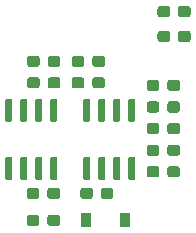
<source format=gbr>
G04 #@! TF.GenerationSoftware,KiCad,Pcbnew,(5.1.4-0-10_14)*
G04 #@! TF.CreationDate,2020-12-31T20:51:25-07:00*
G04 #@! TF.ProjectId,Moisture-Sensor,4d6f6973-7475-4726-952d-53656e736f72,rev?*
G04 #@! TF.SameCoordinates,Original*
G04 #@! TF.FileFunction,Paste,Top*
G04 #@! TF.FilePolarity,Positive*
%FSLAX46Y46*%
G04 Gerber Fmt 4.6, Leading zero omitted, Abs format (unit mm)*
G04 Created by KiCad (PCBNEW (5.1.4-0-10_14)) date 2020-12-31 20:51:25*
%MOMM*%
%LPD*%
G04 APERTURE LIST*
%ADD10C,0.100000*%
%ADD11C,0.950000*%
%ADD12R,0.900000X1.200000*%
%ADD13C,0.600000*%
G04 APERTURE END LIST*
D10*
G36*
X114759779Y-63432544D02*
G01*
X114782834Y-63435963D01*
X114805443Y-63441627D01*
X114827387Y-63449479D01*
X114848457Y-63459444D01*
X114868448Y-63471426D01*
X114887168Y-63485310D01*
X114904438Y-63500962D01*
X114920090Y-63518232D01*
X114933974Y-63536952D01*
X114945956Y-63556943D01*
X114955921Y-63578013D01*
X114963773Y-63599957D01*
X114969437Y-63622566D01*
X114972856Y-63645621D01*
X114974000Y-63668900D01*
X114974000Y-64143900D01*
X114972856Y-64167179D01*
X114969437Y-64190234D01*
X114963773Y-64212843D01*
X114955921Y-64234787D01*
X114945956Y-64255857D01*
X114933974Y-64275848D01*
X114920090Y-64294568D01*
X114904438Y-64311838D01*
X114887168Y-64327490D01*
X114868448Y-64341374D01*
X114848457Y-64353356D01*
X114827387Y-64363321D01*
X114805443Y-64371173D01*
X114782834Y-64376837D01*
X114759779Y-64380256D01*
X114736500Y-64381400D01*
X114161500Y-64381400D01*
X114138221Y-64380256D01*
X114115166Y-64376837D01*
X114092557Y-64371173D01*
X114070613Y-64363321D01*
X114049543Y-64353356D01*
X114029552Y-64341374D01*
X114010832Y-64327490D01*
X113993562Y-64311838D01*
X113977910Y-64294568D01*
X113964026Y-64275848D01*
X113952044Y-64255857D01*
X113942079Y-64234787D01*
X113934227Y-64212843D01*
X113928563Y-64190234D01*
X113925144Y-64167179D01*
X113924000Y-64143900D01*
X113924000Y-63668900D01*
X113925144Y-63645621D01*
X113928563Y-63622566D01*
X113934227Y-63599957D01*
X113942079Y-63578013D01*
X113952044Y-63556943D01*
X113964026Y-63536952D01*
X113977910Y-63518232D01*
X113993562Y-63500962D01*
X114010832Y-63485310D01*
X114029552Y-63471426D01*
X114049543Y-63459444D01*
X114070613Y-63449479D01*
X114092557Y-63441627D01*
X114115166Y-63435963D01*
X114138221Y-63432544D01*
X114161500Y-63431400D01*
X114736500Y-63431400D01*
X114759779Y-63432544D01*
X114759779Y-63432544D01*
G37*
D11*
X114449000Y-63906400D03*
D10*
G36*
X116509779Y-63432544D02*
G01*
X116532834Y-63435963D01*
X116555443Y-63441627D01*
X116577387Y-63449479D01*
X116598457Y-63459444D01*
X116618448Y-63471426D01*
X116637168Y-63485310D01*
X116654438Y-63500962D01*
X116670090Y-63518232D01*
X116683974Y-63536952D01*
X116695956Y-63556943D01*
X116705921Y-63578013D01*
X116713773Y-63599957D01*
X116719437Y-63622566D01*
X116722856Y-63645621D01*
X116724000Y-63668900D01*
X116724000Y-64143900D01*
X116722856Y-64167179D01*
X116719437Y-64190234D01*
X116713773Y-64212843D01*
X116705921Y-64234787D01*
X116695956Y-64255857D01*
X116683974Y-64275848D01*
X116670090Y-64294568D01*
X116654438Y-64311838D01*
X116637168Y-64327490D01*
X116618448Y-64341374D01*
X116598457Y-64353356D01*
X116577387Y-64363321D01*
X116555443Y-64371173D01*
X116532834Y-64376837D01*
X116509779Y-64380256D01*
X116486500Y-64381400D01*
X115911500Y-64381400D01*
X115888221Y-64380256D01*
X115865166Y-64376837D01*
X115842557Y-64371173D01*
X115820613Y-64363321D01*
X115799543Y-64353356D01*
X115779552Y-64341374D01*
X115760832Y-64327490D01*
X115743562Y-64311838D01*
X115727910Y-64294568D01*
X115714026Y-64275848D01*
X115702044Y-64255857D01*
X115692079Y-64234787D01*
X115684227Y-64212843D01*
X115678563Y-64190234D01*
X115675144Y-64167179D01*
X115674000Y-64143900D01*
X115674000Y-63668900D01*
X115675144Y-63645621D01*
X115678563Y-63622566D01*
X115684227Y-63599957D01*
X115692079Y-63578013D01*
X115702044Y-63556943D01*
X115714026Y-63536952D01*
X115727910Y-63518232D01*
X115743562Y-63500962D01*
X115760832Y-63485310D01*
X115779552Y-63471426D01*
X115799543Y-63459444D01*
X115820613Y-63449479D01*
X115842557Y-63441627D01*
X115865166Y-63435963D01*
X115888221Y-63432544D01*
X115911500Y-63431400D01*
X116486500Y-63431400D01*
X116509779Y-63432544D01*
X116509779Y-63432544D01*
G37*
D11*
X116199000Y-63906400D03*
D10*
G36*
X116509779Y-65261344D02*
G01*
X116532834Y-65264763D01*
X116555443Y-65270427D01*
X116577387Y-65278279D01*
X116598457Y-65288244D01*
X116618448Y-65300226D01*
X116637168Y-65314110D01*
X116654438Y-65329762D01*
X116670090Y-65347032D01*
X116683974Y-65365752D01*
X116695956Y-65385743D01*
X116705921Y-65406813D01*
X116713773Y-65428757D01*
X116719437Y-65451366D01*
X116722856Y-65474421D01*
X116724000Y-65497700D01*
X116724000Y-65972700D01*
X116722856Y-65995979D01*
X116719437Y-66019034D01*
X116713773Y-66041643D01*
X116705921Y-66063587D01*
X116695956Y-66084657D01*
X116683974Y-66104648D01*
X116670090Y-66123368D01*
X116654438Y-66140638D01*
X116637168Y-66156290D01*
X116618448Y-66170174D01*
X116598457Y-66182156D01*
X116577387Y-66192121D01*
X116555443Y-66199973D01*
X116532834Y-66205637D01*
X116509779Y-66209056D01*
X116486500Y-66210200D01*
X115911500Y-66210200D01*
X115888221Y-66209056D01*
X115865166Y-66205637D01*
X115842557Y-66199973D01*
X115820613Y-66192121D01*
X115799543Y-66182156D01*
X115779552Y-66170174D01*
X115760832Y-66156290D01*
X115743562Y-66140638D01*
X115727910Y-66123368D01*
X115714026Y-66104648D01*
X115702044Y-66084657D01*
X115692079Y-66063587D01*
X115684227Y-66041643D01*
X115678563Y-66019034D01*
X115675144Y-65995979D01*
X115674000Y-65972700D01*
X115674000Y-65497700D01*
X115675144Y-65474421D01*
X115678563Y-65451366D01*
X115684227Y-65428757D01*
X115692079Y-65406813D01*
X115702044Y-65385743D01*
X115714026Y-65365752D01*
X115727910Y-65347032D01*
X115743562Y-65329762D01*
X115760832Y-65314110D01*
X115779552Y-65300226D01*
X115799543Y-65288244D01*
X115820613Y-65278279D01*
X115842557Y-65270427D01*
X115865166Y-65264763D01*
X115888221Y-65261344D01*
X115911500Y-65260200D01*
X116486500Y-65260200D01*
X116509779Y-65261344D01*
X116509779Y-65261344D01*
G37*
D11*
X116199000Y-65735200D03*
D10*
G36*
X114759779Y-65261344D02*
G01*
X114782834Y-65264763D01*
X114805443Y-65270427D01*
X114827387Y-65278279D01*
X114848457Y-65288244D01*
X114868448Y-65300226D01*
X114887168Y-65314110D01*
X114904438Y-65329762D01*
X114920090Y-65347032D01*
X114933974Y-65365752D01*
X114945956Y-65385743D01*
X114955921Y-65406813D01*
X114963773Y-65428757D01*
X114969437Y-65451366D01*
X114972856Y-65474421D01*
X114974000Y-65497700D01*
X114974000Y-65972700D01*
X114972856Y-65995979D01*
X114969437Y-66019034D01*
X114963773Y-66041643D01*
X114955921Y-66063587D01*
X114945956Y-66084657D01*
X114933974Y-66104648D01*
X114920090Y-66123368D01*
X114904438Y-66140638D01*
X114887168Y-66156290D01*
X114868448Y-66170174D01*
X114848457Y-66182156D01*
X114827387Y-66192121D01*
X114805443Y-66199973D01*
X114782834Y-66205637D01*
X114759779Y-66209056D01*
X114736500Y-66210200D01*
X114161500Y-66210200D01*
X114138221Y-66209056D01*
X114115166Y-66205637D01*
X114092557Y-66199973D01*
X114070613Y-66192121D01*
X114049543Y-66182156D01*
X114029552Y-66170174D01*
X114010832Y-66156290D01*
X113993562Y-66140638D01*
X113977910Y-66123368D01*
X113964026Y-66104648D01*
X113952044Y-66084657D01*
X113942079Y-66063587D01*
X113934227Y-66041643D01*
X113928563Y-66019034D01*
X113925144Y-65995979D01*
X113924000Y-65972700D01*
X113924000Y-65497700D01*
X113925144Y-65474421D01*
X113928563Y-65451366D01*
X113934227Y-65428757D01*
X113942079Y-65406813D01*
X113952044Y-65385743D01*
X113964026Y-65365752D01*
X113977910Y-65347032D01*
X113993562Y-65329762D01*
X114010832Y-65314110D01*
X114029552Y-65300226D01*
X114049543Y-65288244D01*
X114070613Y-65278279D01*
X114092557Y-65270427D01*
X114115166Y-65264763D01*
X114138221Y-65261344D01*
X114161500Y-65260200D01*
X114736500Y-65260200D01*
X114759779Y-65261344D01*
X114759779Y-65261344D01*
G37*
D11*
X114449000Y-65735200D03*
D10*
G36*
X104599779Y-67090144D02*
G01*
X104622834Y-67093563D01*
X104645443Y-67099227D01*
X104667387Y-67107079D01*
X104688457Y-67117044D01*
X104708448Y-67129026D01*
X104727168Y-67142910D01*
X104744438Y-67158562D01*
X104760090Y-67175832D01*
X104773974Y-67194552D01*
X104785956Y-67214543D01*
X104795921Y-67235613D01*
X104803773Y-67257557D01*
X104809437Y-67280166D01*
X104812856Y-67303221D01*
X104814000Y-67326500D01*
X104814000Y-67801500D01*
X104812856Y-67824779D01*
X104809437Y-67847834D01*
X104803773Y-67870443D01*
X104795921Y-67892387D01*
X104785956Y-67913457D01*
X104773974Y-67933448D01*
X104760090Y-67952168D01*
X104744438Y-67969438D01*
X104727168Y-67985090D01*
X104708448Y-67998974D01*
X104688457Y-68010956D01*
X104667387Y-68020921D01*
X104645443Y-68028773D01*
X104622834Y-68034437D01*
X104599779Y-68037856D01*
X104576500Y-68039000D01*
X104001500Y-68039000D01*
X103978221Y-68037856D01*
X103955166Y-68034437D01*
X103932557Y-68028773D01*
X103910613Y-68020921D01*
X103889543Y-68010956D01*
X103869552Y-67998974D01*
X103850832Y-67985090D01*
X103833562Y-67969438D01*
X103817910Y-67952168D01*
X103804026Y-67933448D01*
X103792044Y-67913457D01*
X103782079Y-67892387D01*
X103774227Y-67870443D01*
X103768563Y-67847834D01*
X103765144Y-67824779D01*
X103764000Y-67801500D01*
X103764000Y-67326500D01*
X103765144Y-67303221D01*
X103768563Y-67280166D01*
X103774227Y-67257557D01*
X103782079Y-67235613D01*
X103792044Y-67214543D01*
X103804026Y-67194552D01*
X103817910Y-67175832D01*
X103833562Y-67158562D01*
X103850832Y-67142910D01*
X103869552Y-67129026D01*
X103889543Y-67117044D01*
X103910613Y-67107079D01*
X103932557Y-67099227D01*
X103955166Y-67093563D01*
X103978221Y-67090144D01*
X104001500Y-67089000D01*
X104576500Y-67089000D01*
X104599779Y-67090144D01*
X104599779Y-67090144D01*
G37*
D11*
X104289000Y-67564000D03*
D10*
G36*
X106349779Y-67090144D02*
G01*
X106372834Y-67093563D01*
X106395443Y-67099227D01*
X106417387Y-67107079D01*
X106438457Y-67117044D01*
X106458448Y-67129026D01*
X106477168Y-67142910D01*
X106494438Y-67158562D01*
X106510090Y-67175832D01*
X106523974Y-67194552D01*
X106535956Y-67214543D01*
X106545921Y-67235613D01*
X106553773Y-67257557D01*
X106559437Y-67280166D01*
X106562856Y-67303221D01*
X106564000Y-67326500D01*
X106564000Y-67801500D01*
X106562856Y-67824779D01*
X106559437Y-67847834D01*
X106553773Y-67870443D01*
X106545921Y-67892387D01*
X106535956Y-67913457D01*
X106523974Y-67933448D01*
X106510090Y-67952168D01*
X106494438Y-67969438D01*
X106477168Y-67985090D01*
X106458448Y-67998974D01*
X106438457Y-68010956D01*
X106417387Y-68020921D01*
X106395443Y-68028773D01*
X106372834Y-68034437D01*
X106349779Y-68037856D01*
X106326500Y-68039000D01*
X105751500Y-68039000D01*
X105728221Y-68037856D01*
X105705166Y-68034437D01*
X105682557Y-68028773D01*
X105660613Y-68020921D01*
X105639543Y-68010956D01*
X105619552Y-67998974D01*
X105600832Y-67985090D01*
X105583562Y-67969438D01*
X105567910Y-67952168D01*
X105554026Y-67933448D01*
X105542044Y-67913457D01*
X105532079Y-67892387D01*
X105524227Y-67870443D01*
X105518563Y-67847834D01*
X105515144Y-67824779D01*
X105514000Y-67801500D01*
X105514000Y-67326500D01*
X105515144Y-67303221D01*
X105518563Y-67280166D01*
X105524227Y-67257557D01*
X105532079Y-67235613D01*
X105542044Y-67214543D01*
X105554026Y-67194552D01*
X105567910Y-67175832D01*
X105583562Y-67158562D01*
X105600832Y-67142910D01*
X105619552Y-67129026D01*
X105639543Y-67117044D01*
X105660613Y-67107079D01*
X105682557Y-67099227D01*
X105705166Y-67093563D01*
X105728221Y-67090144D01*
X105751500Y-67089000D01*
X106326500Y-67089000D01*
X106349779Y-67090144D01*
X106349779Y-67090144D01*
G37*
D11*
X106039000Y-67564000D03*
D10*
G36*
X110887779Y-67090144D02*
G01*
X110910834Y-67093563D01*
X110933443Y-67099227D01*
X110955387Y-67107079D01*
X110976457Y-67117044D01*
X110996448Y-67129026D01*
X111015168Y-67142910D01*
X111032438Y-67158562D01*
X111048090Y-67175832D01*
X111061974Y-67194552D01*
X111073956Y-67214543D01*
X111083921Y-67235613D01*
X111091773Y-67257557D01*
X111097437Y-67280166D01*
X111100856Y-67303221D01*
X111102000Y-67326500D01*
X111102000Y-67801500D01*
X111100856Y-67824779D01*
X111097437Y-67847834D01*
X111091773Y-67870443D01*
X111083921Y-67892387D01*
X111073956Y-67913457D01*
X111061974Y-67933448D01*
X111048090Y-67952168D01*
X111032438Y-67969438D01*
X111015168Y-67985090D01*
X110996448Y-67998974D01*
X110976457Y-68010956D01*
X110955387Y-68020921D01*
X110933443Y-68028773D01*
X110910834Y-68034437D01*
X110887779Y-68037856D01*
X110864500Y-68039000D01*
X110289500Y-68039000D01*
X110266221Y-68037856D01*
X110243166Y-68034437D01*
X110220557Y-68028773D01*
X110198613Y-68020921D01*
X110177543Y-68010956D01*
X110157552Y-67998974D01*
X110138832Y-67985090D01*
X110121562Y-67969438D01*
X110105910Y-67952168D01*
X110092026Y-67933448D01*
X110080044Y-67913457D01*
X110070079Y-67892387D01*
X110062227Y-67870443D01*
X110056563Y-67847834D01*
X110053144Y-67824779D01*
X110052000Y-67801500D01*
X110052000Y-67326500D01*
X110053144Y-67303221D01*
X110056563Y-67280166D01*
X110062227Y-67257557D01*
X110070079Y-67235613D01*
X110080044Y-67214543D01*
X110092026Y-67194552D01*
X110105910Y-67175832D01*
X110121562Y-67158562D01*
X110138832Y-67142910D01*
X110157552Y-67129026D01*
X110177543Y-67117044D01*
X110198613Y-67107079D01*
X110220557Y-67099227D01*
X110243166Y-67093563D01*
X110266221Y-67090144D01*
X110289500Y-67089000D01*
X110864500Y-67089000D01*
X110887779Y-67090144D01*
X110887779Y-67090144D01*
G37*
D11*
X110577000Y-67564000D03*
D10*
G36*
X109137779Y-67090144D02*
G01*
X109160834Y-67093563D01*
X109183443Y-67099227D01*
X109205387Y-67107079D01*
X109226457Y-67117044D01*
X109246448Y-67129026D01*
X109265168Y-67142910D01*
X109282438Y-67158562D01*
X109298090Y-67175832D01*
X109311974Y-67194552D01*
X109323956Y-67214543D01*
X109333921Y-67235613D01*
X109341773Y-67257557D01*
X109347437Y-67280166D01*
X109350856Y-67303221D01*
X109352000Y-67326500D01*
X109352000Y-67801500D01*
X109350856Y-67824779D01*
X109347437Y-67847834D01*
X109341773Y-67870443D01*
X109333921Y-67892387D01*
X109323956Y-67913457D01*
X109311974Y-67933448D01*
X109298090Y-67952168D01*
X109282438Y-67969438D01*
X109265168Y-67985090D01*
X109246448Y-67998974D01*
X109226457Y-68010956D01*
X109205387Y-68020921D01*
X109183443Y-68028773D01*
X109160834Y-68034437D01*
X109137779Y-68037856D01*
X109114500Y-68039000D01*
X108539500Y-68039000D01*
X108516221Y-68037856D01*
X108493166Y-68034437D01*
X108470557Y-68028773D01*
X108448613Y-68020921D01*
X108427543Y-68010956D01*
X108407552Y-67998974D01*
X108388832Y-67985090D01*
X108371562Y-67969438D01*
X108355910Y-67952168D01*
X108342026Y-67933448D01*
X108330044Y-67913457D01*
X108320079Y-67892387D01*
X108312227Y-67870443D01*
X108306563Y-67847834D01*
X108303144Y-67824779D01*
X108302000Y-67801500D01*
X108302000Y-67326500D01*
X108303144Y-67303221D01*
X108306563Y-67280166D01*
X108312227Y-67257557D01*
X108320079Y-67235613D01*
X108330044Y-67214543D01*
X108342026Y-67194552D01*
X108355910Y-67175832D01*
X108371562Y-67158562D01*
X108388832Y-67142910D01*
X108407552Y-67129026D01*
X108427543Y-67117044D01*
X108448613Y-67107079D01*
X108470557Y-67099227D01*
X108493166Y-67093563D01*
X108516221Y-67090144D01*
X108539500Y-67089000D01*
X109114500Y-67089000D01*
X109137779Y-67090144D01*
X109137779Y-67090144D01*
G37*
D11*
X108827000Y-67564000D03*
D10*
G36*
X108409779Y-55914144D02*
G01*
X108432834Y-55917563D01*
X108455443Y-55923227D01*
X108477387Y-55931079D01*
X108498457Y-55941044D01*
X108518448Y-55953026D01*
X108537168Y-55966910D01*
X108554438Y-55982562D01*
X108570090Y-55999832D01*
X108583974Y-56018552D01*
X108595956Y-56038543D01*
X108605921Y-56059613D01*
X108613773Y-56081557D01*
X108619437Y-56104166D01*
X108622856Y-56127221D01*
X108624000Y-56150500D01*
X108624000Y-56625500D01*
X108622856Y-56648779D01*
X108619437Y-56671834D01*
X108613773Y-56694443D01*
X108605921Y-56716387D01*
X108595956Y-56737457D01*
X108583974Y-56757448D01*
X108570090Y-56776168D01*
X108554438Y-56793438D01*
X108537168Y-56809090D01*
X108518448Y-56822974D01*
X108498457Y-56834956D01*
X108477387Y-56844921D01*
X108455443Y-56852773D01*
X108432834Y-56858437D01*
X108409779Y-56861856D01*
X108386500Y-56863000D01*
X107811500Y-56863000D01*
X107788221Y-56861856D01*
X107765166Y-56858437D01*
X107742557Y-56852773D01*
X107720613Y-56844921D01*
X107699543Y-56834956D01*
X107679552Y-56822974D01*
X107660832Y-56809090D01*
X107643562Y-56793438D01*
X107627910Y-56776168D01*
X107614026Y-56757448D01*
X107602044Y-56737457D01*
X107592079Y-56716387D01*
X107584227Y-56694443D01*
X107578563Y-56671834D01*
X107575144Y-56648779D01*
X107574000Y-56625500D01*
X107574000Y-56150500D01*
X107575144Y-56127221D01*
X107578563Y-56104166D01*
X107584227Y-56081557D01*
X107592079Y-56059613D01*
X107602044Y-56038543D01*
X107614026Y-56018552D01*
X107627910Y-55999832D01*
X107643562Y-55982562D01*
X107660832Y-55966910D01*
X107679552Y-55953026D01*
X107699543Y-55941044D01*
X107720613Y-55931079D01*
X107742557Y-55923227D01*
X107765166Y-55917563D01*
X107788221Y-55914144D01*
X107811500Y-55913000D01*
X108386500Y-55913000D01*
X108409779Y-55914144D01*
X108409779Y-55914144D01*
G37*
D11*
X108099000Y-56388000D03*
D10*
G36*
X110159779Y-55914144D02*
G01*
X110182834Y-55917563D01*
X110205443Y-55923227D01*
X110227387Y-55931079D01*
X110248457Y-55941044D01*
X110268448Y-55953026D01*
X110287168Y-55966910D01*
X110304438Y-55982562D01*
X110320090Y-55999832D01*
X110333974Y-56018552D01*
X110345956Y-56038543D01*
X110355921Y-56059613D01*
X110363773Y-56081557D01*
X110369437Y-56104166D01*
X110372856Y-56127221D01*
X110374000Y-56150500D01*
X110374000Y-56625500D01*
X110372856Y-56648779D01*
X110369437Y-56671834D01*
X110363773Y-56694443D01*
X110355921Y-56716387D01*
X110345956Y-56737457D01*
X110333974Y-56757448D01*
X110320090Y-56776168D01*
X110304438Y-56793438D01*
X110287168Y-56809090D01*
X110268448Y-56822974D01*
X110248457Y-56834956D01*
X110227387Y-56844921D01*
X110205443Y-56852773D01*
X110182834Y-56858437D01*
X110159779Y-56861856D01*
X110136500Y-56863000D01*
X109561500Y-56863000D01*
X109538221Y-56861856D01*
X109515166Y-56858437D01*
X109492557Y-56852773D01*
X109470613Y-56844921D01*
X109449543Y-56834956D01*
X109429552Y-56822974D01*
X109410832Y-56809090D01*
X109393562Y-56793438D01*
X109377910Y-56776168D01*
X109364026Y-56757448D01*
X109352044Y-56737457D01*
X109342079Y-56716387D01*
X109334227Y-56694443D01*
X109328563Y-56671834D01*
X109325144Y-56648779D01*
X109324000Y-56625500D01*
X109324000Y-56150500D01*
X109325144Y-56127221D01*
X109328563Y-56104166D01*
X109334227Y-56081557D01*
X109342079Y-56059613D01*
X109352044Y-56038543D01*
X109364026Y-56018552D01*
X109377910Y-55999832D01*
X109393562Y-55982562D01*
X109410832Y-55966910D01*
X109429552Y-55953026D01*
X109449543Y-55941044D01*
X109470613Y-55931079D01*
X109492557Y-55923227D01*
X109515166Y-55917563D01*
X109538221Y-55914144D01*
X109561500Y-55913000D01*
X110136500Y-55913000D01*
X110159779Y-55914144D01*
X110159779Y-55914144D01*
G37*
D11*
X109849000Y-56388000D03*
D10*
G36*
X115667779Y-51701144D02*
G01*
X115690834Y-51704563D01*
X115713443Y-51710227D01*
X115735387Y-51718079D01*
X115756457Y-51728044D01*
X115776448Y-51740026D01*
X115795168Y-51753910D01*
X115812438Y-51769562D01*
X115828090Y-51786832D01*
X115841974Y-51805552D01*
X115853956Y-51825543D01*
X115863921Y-51846613D01*
X115871773Y-51868557D01*
X115877437Y-51891166D01*
X115880856Y-51914221D01*
X115882000Y-51937500D01*
X115882000Y-52412500D01*
X115880856Y-52435779D01*
X115877437Y-52458834D01*
X115871773Y-52481443D01*
X115863921Y-52503387D01*
X115853956Y-52524457D01*
X115841974Y-52544448D01*
X115828090Y-52563168D01*
X115812438Y-52580438D01*
X115795168Y-52596090D01*
X115776448Y-52609974D01*
X115756457Y-52621956D01*
X115735387Y-52631921D01*
X115713443Y-52639773D01*
X115690834Y-52645437D01*
X115667779Y-52648856D01*
X115644500Y-52650000D01*
X115069500Y-52650000D01*
X115046221Y-52648856D01*
X115023166Y-52645437D01*
X115000557Y-52639773D01*
X114978613Y-52631921D01*
X114957543Y-52621956D01*
X114937552Y-52609974D01*
X114918832Y-52596090D01*
X114901562Y-52580438D01*
X114885910Y-52563168D01*
X114872026Y-52544448D01*
X114860044Y-52524457D01*
X114850079Y-52503387D01*
X114842227Y-52481443D01*
X114836563Y-52458834D01*
X114833144Y-52435779D01*
X114832000Y-52412500D01*
X114832000Y-51937500D01*
X114833144Y-51914221D01*
X114836563Y-51891166D01*
X114842227Y-51868557D01*
X114850079Y-51846613D01*
X114860044Y-51825543D01*
X114872026Y-51805552D01*
X114885910Y-51786832D01*
X114901562Y-51769562D01*
X114918832Y-51753910D01*
X114937552Y-51740026D01*
X114957543Y-51728044D01*
X114978613Y-51718079D01*
X115000557Y-51710227D01*
X115023166Y-51704563D01*
X115046221Y-51701144D01*
X115069500Y-51700000D01*
X115644500Y-51700000D01*
X115667779Y-51701144D01*
X115667779Y-51701144D01*
G37*
D11*
X115357000Y-52175000D03*
D10*
G36*
X117417779Y-51701144D02*
G01*
X117440834Y-51704563D01*
X117463443Y-51710227D01*
X117485387Y-51718079D01*
X117506457Y-51728044D01*
X117526448Y-51740026D01*
X117545168Y-51753910D01*
X117562438Y-51769562D01*
X117578090Y-51786832D01*
X117591974Y-51805552D01*
X117603956Y-51825543D01*
X117613921Y-51846613D01*
X117621773Y-51868557D01*
X117627437Y-51891166D01*
X117630856Y-51914221D01*
X117632000Y-51937500D01*
X117632000Y-52412500D01*
X117630856Y-52435779D01*
X117627437Y-52458834D01*
X117621773Y-52481443D01*
X117613921Y-52503387D01*
X117603956Y-52524457D01*
X117591974Y-52544448D01*
X117578090Y-52563168D01*
X117562438Y-52580438D01*
X117545168Y-52596090D01*
X117526448Y-52609974D01*
X117506457Y-52621956D01*
X117485387Y-52631921D01*
X117463443Y-52639773D01*
X117440834Y-52645437D01*
X117417779Y-52648856D01*
X117394500Y-52650000D01*
X116819500Y-52650000D01*
X116796221Y-52648856D01*
X116773166Y-52645437D01*
X116750557Y-52639773D01*
X116728613Y-52631921D01*
X116707543Y-52621956D01*
X116687552Y-52609974D01*
X116668832Y-52596090D01*
X116651562Y-52580438D01*
X116635910Y-52563168D01*
X116622026Y-52544448D01*
X116610044Y-52524457D01*
X116600079Y-52503387D01*
X116592227Y-52481443D01*
X116586563Y-52458834D01*
X116583144Y-52435779D01*
X116582000Y-52412500D01*
X116582000Y-51937500D01*
X116583144Y-51914221D01*
X116586563Y-51891166D01*
X116592227Y-51868557D01*
X116600079Y-51846613D01*
X116610044Y-51825543D01*
X116622026Y-51805552D01*
X116635910Y-51786832D01*
X116651562Y-51769562D01*
X116668832Y-51753910D01*
X116687552Y-51740026D01*
X116707543Y-51728044D01*
X116728613Y-51718079D01*
X116750557Y-51710227D01*
X116773166Y-51704563D01*
X116796221Y-51701144D01*
X116819500Y-51700000D01*
X117394500Y-51700000D01*
X117417779Y-51701144D01*
X117417779Y-51701144D01*
G37*
D11*
X117107000Y-52175000D03*
D12*
X108752000Y-69850000D03*
X112052000Y-69850000D03*
D10*
G36*
X115667779Y-53801144D02*
G01*
X115690834Y-53804563D01*
X115713443Y-53810227D01*
X115735387Y-53818079D01*
X115756457Y-53828044D01*
X115776448Y-53840026D01*
X115795168Y-53853910D01*
X115812438Y-53869562D01*
X115828090Y-53886832D01*
X115841974Y-53905552D01*
X115853956Y-53925543D01*
X115863921Y-53946613D01*
X115871773Y-53968557D01*
X115877437Y-53991166D01*
X115880856Y-54014221D01*
X115882000Y-54037500D01*
X115882000Y-54512500D01*
X115880856Y-54535779D01*
X115877437Y-54558834D01*
X115871773Y-54581443D01*
X115863921Y-54603387D01*
X115853956Y-54624457D01*
X115841974Y-54644448D01*
X115828090Y-54663168D01*
X115812438Y-54680438D01*
X115795168Y-54696090D01*
X115776448Y-54709974D01*
X115756457Y-54721956D01*
X115735387Y-54731921D01*
X115713443Y-54739773D01*
X115690834Y-54745437D01*
X115667779Y-54748856D01*
X115644500Y-54750000D01*
X115069500Y-54750000D01*
X115046221Y-54748856D01*
X115023166Y-54745437D01*
X115000557Y-54739773D01*
X114978613Y-54731921D01*
X114957543Y-54721956D01*
X114937552Y-54709974D01*
X114918832Y-54696090D01*
X114901562Y-54680438D01*
X114885910Y-54663168D01*
X114872026Y-54644448D01*
X114860044Y-54624457D01*
X114850079Y-54603387D01*
X114842227Y-54581443D01*
X114836563Y-54558834D01*
X114833144Y-54535779D01*
X114832000Y-54512500D01*
X114832000Y-54037500D01*
X114833144Y-54014221D01*
X114836563Y-53991166D01*
X114842227Y-53968557D01*
X114850079Y-53946613D01*
X114860044Y-53925543D01*
X114872026Y-53905552D01*
X114885910Y-53886832D01*
X114901562Y-53869562D01*
X114918832Y-53853910D01*
X114937552Y-53840026D01*
X114957543Y-53828044D01*
X114978613Y-53818079D01*
X115000557Y-53810227D01*
X115023166Y-53804563D01*
X115046221Y-53801144D01*
X115069500Y-53800000D01*
X115644500Y-53800000D01*
X115667779Y-53801144D01*
X115667779Y-53801144D01*
G37*
D11*
X115357000Y-54275000D03*
D10*
G36*
X117417779Y-53801144D02*
G01*
X117440834Y-53804563D01*
X117463443Y-53810227D01*
X117485387Y-53818079D01*
X117506457Y-53828044D01*
X117526448Y-53840026D01*
X117545168Y-53853910D01*
X117562438Y-53869562D01*
X117578090Y-53886832D01*
X117591974Y-53905552D01*
X117603956Y-53925543D01*
X117613921Y-53946613D01*
X117621773Y-53968557D01*
X117627437Y-53991166D01*
X117630856Y-54014221D01*
X117632000Y-54037500D01*
X117632000Y-54512500D01*
X117630856Y-54535779D01*
X117627437Y-54558834D01*
X117621773Y-54581443D01*
X117613921Y-54603387D01*
X117603956Y-54624457D01*
X117591974Y-54644448D01*
X117578090Y-54663168D01*
X117562438Y-54680438D01*
X117545168Y-54696090D01*
X117526448Y-54709974D01*
X117506457Y-54721956D01*
X117485387Y-54731921D01*
X117463443Y-54739773D01*
X117440834Y-54745437D01*
X117417779Y-54748856D01*
X117394500Y-54750000D01*
X116819500Y-54750000D01*
X116796221Y-54748856D01*
X116773166Y-54745437D01*
X116750557Y-54739773D01*
X116728613Y-54731921D01*
X116707543Y-54721956D01*
X116687552Y-54709974D01*
X116668832Y-54696090D01*
X116651562Y-54680438D01*
X116635910Y-54663168D01*
X116622026Y-54644448D01*
X116610044Y-54624457D01*
X116600079Y-54603387D01*
X116592227Y-54581443D01*
X116586563Y-54558834D01*
X116583144Y-54535779D01*
X116582000Y-54512500D01*
X116582000Y-54037500D01*
X116583144Y-54014221D01*
X116586563Y-53991166D01*
X116592227Y-53968557D01*
X116600079Y-53946613D01*
X116610044Y-53925543D01*
X116622026Y-53905552D01*
X116635910Y-53886832D01*
X116651562Y-53869562D01*
X116668832Y-53853910D01*
X116687552Y-53840026D01*
X116707543Y-53828044D01*
X116728613Y-53818079D01*
X116750557Y-53810227D01*
X116773166Y-53804563D01*
X116796221Y-53801144D01*
X116819500Y-53800000D01*
X117394500Y-53800000D01*
X117417779Y-53801144D01*
X117417779Y-53801144D01*
G37*
D11*
X117107000Y-54275000D03*
D10*
G36*
X106383779Y-55914144D02*
G01*
X106406834Y-55917563D01*
X106429443Y-55923227D01*
X106451387Y-55931079D01*
X106472457Y-55941044D01*
X106492448Y-55953026D01*
X106511168Y-55966910D01*
X106528438Y-55982562D01*
X106544090Y-55999832D01*
X106557974Y-56018552D01*
X106569956Y-56038543D01*
X106579921Y-56059613D01*
X106587773Y-56081557D01*
X106593437Y-56104166D01*
X106596856Y-56127221D01*
X106598000Y-56150500D01*
X106598000Y-56625500D01*
X106596856Y-56648779D01*
X106593437Y-56671834D01*
X106587773Y-56694443D01*
X106579921Y-56716387D01*
X106569956Y-56737457D01*
X106557974Y-56757448D01*
X106544090Y-56776168D01*
X106528438Y-56793438D01*
X106511168Y-56809090D01*
X106492448Y-56822974D01*
X106472457Y-56834956D01*
X106451387Y-56844921D01*
X106429443Y-56852773D01*
X106406834Y-56858437D01*
X106383779Y-56861856D01*
X106360500Y-56863000D01*
X105785500Y-56863000D01*
X105762221Y-56861856D01*
X105739166Y-56858437D01*
X105716557Y-56852773D01*
X105694613Y-56844921D01*
X105673543Y-56834956D01*
X105653552Y-56822974D01*
X105634832Y-56809090D01*
X105617562Y-56793438D01*
X105601910Y-56776168D01*
X105588026Y-56757448D01*
X105576044Y-56737457D01*
X105566079Y-56716387D01*
X105558227Y-56694443D01*
X105552563Y-56671834D01*
X105549144Y-56648779D01*
X105548000Y-56625500D01*
X105548000Y-56150500D01*
X105549144Y-56127221D01*
X105552563Y-56104166D01*
X105558227Y-56081557D01*
X105566079Y-56059613D01*
X105576044Y-56038543D01*
X105588026Y-56018552D01*
X105601910Y-55999832D01*
X105617562Y-55982562D01*
X105634832Y-55966910D01*
X105653552Y-55953026D01*
X105673543Y-55941044D01*
X105694613Y-55931079D01*
X105716557Y-55923227D01*
X105739166Y-55917563D01*
X105762221Y-55914144D01*
X105785500Y-55913000D01*
X106360500Y-55913000D01*
X106383779Y-55914144D01*
X106383779Y-55914144D01*
G37*
D11*
X106073000Y-56388000D03*
D10*
G36*
X104633779Y-55914144D02*
G01*
X104656834Y-55917563D01*
X104679443Y-55923227D01*
X104701387Y-55931079D01*
X104722457Y-55941044D01*
X104742448Y-55953026D01*
X104761168Y-55966910D01*
X104778438Y-55982562D01*
X104794090Y-55999832D01*
X104807974Y-56018552D01*
X104819956Y-56038543D01*
X104829921Y-56059613D01*
X104837773Y-56081557D01*
X104843437Y-56104166D01*
X104846856Y-56127221D01*
X104848000Y-56150500D01*
X104848000Y-56625500D01*
X104846856Y-56648779D01*
X104843437Y-56671834D01*
X104837773Y-56694443D01*
X104829921Y-56716387D01*
X104819956Y-56737457D01*
X104807974Y-56757448D01*
X104794090Y-56776168D01*
X104778438Y-56793438D01*
X104761168Y-56809090D01*
X104742448Y-56822974D01*
X104722457Y-56834956D01*
X104701387Y-56844921D01*
X104679443Y-56852773D01*
X104656834Y-56858437D01*
X104633779Y-56861856D01*
X104610500Y-56863000D01*
X104035500Y-56863000D01*
X104012221Y-56861856D01*
X103989166Y-56858437D01*
X103966557Y-56852773D01*
X103944613Y-56844921D01*
X103923543Y-56834956D01*
X103903552Y-56822974D01*
X103884832Y-56809090D01*
X103867562Y-56793438D01*
X103851910Y-56776168D01*
X103838026Y-56757448D01*
X103826044Y-56737457D01*
X103816079Y-56716387D01*
X103808227Y-56694443D01*
X103802563Y-56671834D01*
X103799144Y-56648779D01*
X103798000Y-56625500D01*
X103798000Y-56150500D01*
X103799144Y-56127221D01*
X103802563Y-56104166D01*
X103808227Y-56081557D01*
X103816079Y-56059613D01*
X103826044Y-56038543D01*
X103838026Y-56018552D01*
X103851910Y-55999832D01*
X103867562Y-55982562D01*
X103884832Y-55966910D01*
X103903552Y-55953026D01*
X103923543Y-55941044D01*
X103944613Y-55931079D01*
X103966557Y-55923227D01*
X103989166Y-55917563D01*
X104012221Y-55914144D01*
X104035500Y-55913000D01*
X104610500Y-55913000D01*
X104633779Y-55914144D01*
X104633779Y-55914144D01*
G37*
D11*
X104323000Y-56388000D03*
D10*
G36*
X104633779Y-57731144D02*
G01*
X104656834Y-57734563D01*
X104679443Y-57740227D01*
X104701387Y-57748079D01*
X104722457Y-57758044D01*
X104742448Y-57770026D01*
X104761168Y-57783910D01*
X104778438Y-57799562D01*
X104794090Y-57816832D01*
X104807974Y-57835552D01*
X104819956Y-57855543D01*
X104829921Y-57876613D01*
X104837773Y-57898557D01*
X104843437Y-57921166D01*
X104846856Y-57944221D01*
X104848000Y-57967500D01*
X104848000Y-58442500D01*
X104846856Y-58465779D01*
X104843437Y-58488834D01*
X104837773Y-58511443D01*
X104829921Y-58533387D01*
X104819956Y-58554457D01*
X104807974Y-58574448D01*
X104794090Y-58593168D01*
X104778438Y-58610438D01*
X104761168Y-58626090D01*
X104742448Y-58639974D01*
X104722457Y-58651956D01*
X104701387Y-58661921D01*
X104679443Y-58669773D01*
X104656834Y-58675437D01*
X104633779Y-58678856D01*
X104610500Y-58680000D01*
X104035500Y-58680000D01*
X104012221Y-58678856D01*
X103989166Y-58675437D01*
X103966557Y-58669773D01*
X103944613Y-58661921D01*
X103923543Y-58651956D01*
X103903552Y-58639974D01*
X103884832Y-58626090D01*
X103867562Y-58610438D01*
X103851910Y-58593168D01*
X103838026Y-58574448D01*
X103826044Y-58554457D01*
X103816079Y-58533387D01*
X103808227Y-58511443D01*
X103802563Y-58488834D01*
X103799144Y-58465779D01*
X103798000Y-58442500D01*
X103798000Y-57967500D01*
X103799144Y-57944221D01*
X103802563Y-57921166D01*
X103808227Y-57898557D01*
X103816079Y-57876613D01*
X103826044Y-57855543D01*
X103838026Y-57835552D01*
X103851910Y-57816832D01*
X103867562Y-57799562D01*
X103884832Y-57783910D01*
X103903552Y-57770026D01*
X103923543Y-57758044D01*
X103944613Y-57748079D01*
X103966557Y-57740227D01*
X103989166Y-57734563D01*
X104012221Y-57731144D01*
X104035500Y-57730000D01*
X104610500Y-57730000D01*
X104633779Y-57731144D01*
X104633779Y-57731144D01*
G37*
D11*
X104323000Y-58205000D03*
D10*
G36*
X106383779Y-57731144D02*
G01*
X106406834Y-57734563D01*
X106429443Y-57740227D01*
X106451387Y-57748079D01*
X106472457Y-57758044D01*
X106492448Y-57770026D01*
X106511168Y-57783910D01*
X106528438Y-57799562D01*
X106544090Y-57816832D01*
X106557974Y-57835552D01*
X106569956Y-57855543D01*
X106579921Y-57876613D01*
X106587773Y-57898557D01*
X106593437Y-57921166D01*
X106596856Y-57944221D01*
X106598000Y-57967500D01*
X106598000Y-58442500D01*
X106596856Y-58465779D01*
X106593437Y-58488834D01*
X106587773Y-58511443D01*
X106579921Y-58533387D01*
X106569956Y-58554457D01*
X106557974Y-58574448D01*
X106544090Y-58593168D01*
X106528438Y-58610438D01*
X106511168Y-58626090D01*
X106492448Y-58639974D01*
X106472457Y-58651956D01*
X106451387Y-58661921D01*
X106429443Y-58669773D01*
X106406834Y-58675437D01*
X106383779Y-58678856D01*
X106360500Y-58680000D01*
X105785500Y-58680000D01*
X105762221Y-58678856D01*
X105739166Y-58675437D01*
X105716557Y-58669773D01*
X105694613Y-58661921D01*
X105673543Y-58651956D01*
X105653552Y-58639974D01*
X105634832Y-58626090D01*
X105617562Y-58610438D01*
X105601910Y-58593168D01*
X105588026Y-58574448D01*
X105576044Y-58554457D01*
X105566079Y-58533387D01*
X105558227Y-58511443D01*
X105552563Y-58488834D01*
X105549144Y-58465779D01*
X105548000Y-58442500D01*
X105548000Y-57967500D01*
X105549144Y-57944221D01*
X105552563Y-57921166D01*
X105558227Y-57898557D01*
X105566079Y-57876613D01*
X105576044Y-57855543D01*
X105588026Y-57835552D01*
X105601910Y-57816832D01*
X105617562Y-57799562D01*
X105634832Y-57783910D01*
X105653552Y-57770026D01*
X105673543Y-57758044D01*
X105694613Y-57748079D01*
X105716557Y-57740227D01*
X105739166Y-57734563D01*
X105762221Y-57731144D01*
X105785500Y-57730000D01*
X106360500Y-57730000D01*
X106383779Y-57731144D01*
X106383779Y-57731144D01*
G37*
D11*
X106073000Y-58205000D03*
D10*
G36*
X114759779Y-59774944D02*
G01*
X114782834Y-59778363D01*
X114805443Y-59784027D01*
X114827387Y-59791879D01*
X114848457Y-59801844D01*
X114868448Y-59813826D01*
X114887168Y-59827710D01*
X114904438Y-59843362D01*
X114920090Y-59860632D01*
X114933974Y-59879352D01*
X114945956Y-59899343D01*
X114955921Y-59920413D01*
X114963773Y-59942357D01*
X114969437Y-59964966D01*
X114972856Y-59988021D01*
X114974000Y-60011300D01*
X114974000Y-60486300D01*
X114972856Y-60509579D01*
X114969437Y-60532634D01*
X114963773Y-60555243D01*
X114955921Y-60577187D01*
X114945956Y-60598257D01*
X114933974Y-60618248D01*
X114920090Y-60636968D01*
X114904438Y-60654238D01*
X114887168Y-60669890D01*
X114868448Y-60683774D01*
X114848457Y-60695756D01*
X114827387Y-60705721D01*
X114805443Y-60713573D01*
X114782834Y-60719237D01*
X114759779Y-60722656D01*
X114736500Y-60723800D01*
X114161500Y-60723800D01*
X114138221Y-60722656D01*
X114115166Y-60719237D01*
X114092557Y-60713573D01*
X114070613Y-60705721D01*
X114049543Y-60695756D01*
X114029552Y-60683774D01*
X114010832Y-60669890D01*
X113993562Y-60654238D01*
X113977910Y-60636968D01*
X113964026Y-60618248D01*
X113952044Y-60598257D01*
X113942079Y-60577187D01*
X113934227Y-60555243D01*
X113928563Y-60532634D01*
X113925144Y-60509579D01*
X113924000Y-60486300D01*
X113924000Y-60011300D01*
X113925144Y-59988021D01*
X113928563Y-59964966D01*
X113934227Y-59942357D01*
X113942079Y-59920413D01*
X113952044Y-59899343D01*
X113964026Y-59879352D01*
X113977910Y-59860632D01*
X113993562Y-59843362D01*
X114010832Y-59827710D01*
X114029552Y-59813826D01*
X114049543Y-59801844D01*
X114070613Y-59791879D01*
X114092557Y-59784027D01*
X114115166Y-59778363D01*
X114138221Y-59774944D01*
X114161500Y-59773800D01*
X114736500Y-59773800D01*
X114759779Y-59774944D01*
X114759779Y-59774944D01*
G37*
D11*
X114449000Y-60248800D03*
D10*
G36*
X116509779Y-59774944D02*
G01*
X116532834Y-59778363D01*
X116555443Y-59784027D01*
X116577387Y-59791879D01*
X116598457Y-59801844D01*
X116618448Y-59813826D01*
X116637168Y-59827710D01*
X116654438Y-59843362D01*
X116670090Y-59860632D01*
X116683974Y-59879352D01*
X116695956Y-59899343D01*
X116705921Y-59920413D01*
X116713773Y-59942357D01*
X116719437Y-59964966D01*
X116722856Y-59988021D01*
X116724000Y-60011300D01*
X116724000Y-60486300D01*
X116722856Y-60509579D01*
X116719437Y-60532634D01*
X116713773Y-60555243D01*
X116705921Y-60577187D01*
X116695956Y-60598257D01*
X116683974Y-60618248D01*
X116670090Y-60636968D01*
X116654438Y-60654238D01*
X116637168Y-60669890D01*
X116618448Y-60683774D01*
X116598457Y-60695756D01*
X116577387Y-60705721D01*
X116555443Y-60713573D01*
X116532834Y-60719237D01*
X116509779Y-60722656D01*
X116486500Y-60723800D01*
X115911500Y-60723800D01*
X115888221Y-60722656D01*
X115865166Y-60719237D01*
X115842557Y-60713573D01*
X115820613Y-60705721D01*
X115799543Y-60695756D01*
X115779552Y-60683774D01*
X115760832Y-60669890D01*
X115743562Y-60654238D01*
X115727910Y-60636968D01*
X115714026Y-60618248D01*
X115702044Y-60598257D01*
X115692079Y-60577187D01*
X115684227Y-60555243D01*
X115678563Y-60532634D01*
X115675144Y-60509579D01*
X115674000Y-60486300D01*
X115674000Y-60011300D01*
X115675144Y-59988021D01*
X115678563Y-59964966D01*
X115684227Y-59942357D01*
X115692079Y-59920413D01*
X115702044Y-59899343D01*
X115714026Y-59879352D01*
X115727910Y-59860632D01*
X115743562Y-59843362D01*
X115760832Y-59827710D01*
X115779552Y-59813826D01*
X115799543Y-59801844D01*
X115820613Y-59791879D01*
X115842557Y-59784027D01*
X115865166Y-59778363D01*
X115888221Y-59774944D01*
X115911500Y-59773800D01*
X116486500Y-59773800D01*
X116509779Y-59774944D01*
X116509779Y-59774944D01*
G37*
D11*
X116199000Y-60248800D03*
D10*
G36*
X116509779Y-61603744D02*
G01*
X116532834Y-61607163D01*
X116555443Y-61612827D01*
X116577387Y-61620679D01*
X116598457Y-61630644D01*
X116618448Y-61642626D01*
X116637168Y-61656510D01*
X116654438Y-61672162D01*
X116670090Y-61689432D01*
X116683974Y-61708152D01*
X116695956Y-61728143D01*
X116705921Y-61749213D01*
X116713773Y-61771157D01*
X116719437Y-61793766D01*
X116722856Y-61816821D01*
X116724000Y-61840100D01*
X116724000Y-62315100D01*
X116722856Y-62338379D01*
X116719437Y-62361434D01*
X116713773Y-62384043D01*
X116705921Y-62405987D01*
X116695956Y-62427057D01*
X116683974Y-62447048D01*
X116670090Y-62465768D01*
X116654438Y-62483038D01*
X116637168Y-62498690D01*
X116618448Y-62512574D01*
X116598457Y-62524556D01*
X116577387Y-62534521D01*
X116555443Y-62542373D01*
X116532834Y-62548037D01*
X116509779Y-62551456D01*
X116486500Y-62552600D01*
X115911500Y-62552600D01*
X115888221Y-62551456D01*
X115865166Y-62548037D01*
X115842557Y-62542373D01*
X115820613Y-62534521D01*
X115799543Y-62524556D01*
X115779552Y-62512574D01*
X115760832Y-62498690D01*
X115743562Y-62483038D01*
X115727910Y-62465768D01*
X115714026Y-62447048D01*
X115702044Y-62427057D01*
X115692079Y-62405987D01*
X115684227Y-62384043D01*
X115678563Y-62361434D01*
X115675144Y-62338379D01*
X115674000Y-62315100D01*
X115674000Y-61840100D01*
X115675144Y-61816821D01*
X115678563Y-61793766D01*
X115684227Y-61771157D01*
X115692079Y-61749213D01*
X115702044Y-61728143D01*
X115714026Y-61708152D01*
X115727910Y-61689432D01*
X115743562Y-61672162D01*
X115760832Y-61656510D01*
X115779552Y-61642626D01*
X115799543Y-61630644D01*
X115820613Y-61620679D01*
X115842557Y-61612827D01*
X115865166Y-61607163D01*
X115888221Y-61603744D01*
X115911500Y-61602600D01*
X116486500Y-61602600D01*
X116509779Y-61603744D01*
X116509779Y-61603744D01*
G37*
D11*
X116199000Y-62077600D03*
D10*
G36*
X114759779Y-61603744D02*
G01*
X114782834Y-61607163D01*
X114805443Y-61612827D01*
X114827387Y-61620679D01*
X114848457Y-61630644D01*
X114868448Y-61642626D01*
X114887168Y-61656510D01*
X114904438Y-61672162D01*
X114920090Y-61689432D01*
X114933974Y-61708152D01*
X114945956Y-61728143D01*
X114955921Y-61749213D01*
X114963773Y-61771157D01*
X114969437Y-61793766D01*
X114972856Y-61816821D01*
X114974000Y-61840100D01*
X114974000Y-62315100D01*
X114972856Y-62338379D01*
X114969437Y-62361434D01*
X114963773Y-62384043D01*
X114955921Y-62405987D01*
X114945956Y-62427057D01*
X114933974Y-62447048D01*
X114920090Y-62465768D01*
X114904438Y-62483038D01*
X114887168Y-62498690D01*
X114868448Y-62512574D01*
X114848457Y-62524556D01*
X114827387Y-62534521D01*
X114805443Y-62542373D01*
X114782834Y-62548037D01*
X114759779Y-62551456D01*
X114736500Y-62552600D01*
X114161500Y-62552600D01*
X114138221Y-62551456D01*
X114115166Y-62548037D01*
X114092557Y-62542373D01*
X114070613Y-62534521D01*
X114049543Y-62524556D01*
X114029552Y-62512574D01*
X114010832Y-62498690D01*
X113993562Y-62483038D01*
X113977910Y-62465768D01*
X113964026Y-62447048D01*
X113952044Y-62427057D01*
X113942079Y-62405987D01*
X113934227Y-62384043D01*
X113928563Y-62361434D01*
X113925144Y-62338379D01*
X113924000Y-62315100D01*
X113924000Y-61840100D01*
X113925144Y-61816821D01*
X113928563Y-61793766D01*
X113934227Y-61771157D01*
X113942079Y-61749213D01*
X113952044Y-61728143D01*
X113964026Y-61708152D01*
X113977910Y-61689432D01*
X113993562Y-61672162D01*
X114010832Y-61656510D01*
X114029552Y-61642626D01*
X114049543Y-61630644D01*
X114070613Y-61620679D01*
X114092557Y-61612827D01*
X114115166Y-61607163D01*
X114138221Y-61603744D01*
X114161500Y-61602600D01*
X114736500Y-61602600D01*
X114759779Y-61603744D01*
X114759779Y-61603744D01*
G37*
D11*
X114449000Y-62077600D03*
D10*
G36*
X110159779Y-57731144D02*
G01*
X110182834Y-57734563D01*
X110205443Y-57740227D01*
X110227387Y-57748079D01*
X110248457Y-57758044D01*
X110268448Y-57770026D01*
X110287168Y-57783910D01*
X110304438Y-57799562D01*
X110320090Y-57816832D01*
X110333974Y-57835552D01*
X110345956Y-57855543D01*
X110355921Y-57876613D01*
X110363773Y-57898557D01*
X110369437Y-57921166D01*
X110372856Y-57944221D01*
X110374000Y-57967500D01*
X110374000Y-58442500D01*
X110372856Y-58465779D01*
X110369437Y-58488834D01*
X110363773Y-58511443D01*
X110355921Y-58533387D01*
X110345956Y-58554457D01*
X110333974Y-58574448D01*
X110320090Y-58593168D01*
X110304438Y-58610438D01*
X110287168Y-58626090D01*
X110268448Y-58639974D01*
X110248457Y-58651956D01*
X110227387Y-58661921D01*
X110205443Y-58669773D01*
X110182834Y-58675437D01*
X110159779Y-58678856D01*
X110136500Y-58680000D01*
X109561500Y-58680000D01*
X109538221Y-58678856D01*
X109515166Y-58675437D01*
X109492557Y-58669773D01*
X109470613Y-58661921D01*
X109449543Y-58651956D01*
X109429552Y-58639974D01*
X109410832Y-58626090D01*
X109393562Y-58610438D01*
X109377910Y-58593168D01*
X109364026Y-58574448D01*
X109352044Y-58554457D01*
X109342079Y-58533387D01*
X109334227Y-58511443D01*
X109328563Y-58488834D01*
X109325144Y-58465779D01*
X109324000Y-58442500D01*
X109324000Y-57967500D01*
X109325144Y-57944221D01*
X109328563Y-57921166D01*
X109334227Y-57898557D01*
X109342079Y-57876613D01*
X109352044Y-57855543D01*
X109364026Y-57835552D01*
X109377910Y-57816832D01*
X109393562Y-57799562D01*
X109410832Y-57783910D01*
X109429552Y-57770026D01*
X109449543Y-57758044D01*
X109470613Y-57748079D01*
X109492557Y-57740227D01*
X109515166Y-57734563D01*
X109538221Y-57731144D01*
X109561500Y-57730000D01*
X110136500Y-57730000D01*
X110159779Y-57731144D01*
X110159779Y-57731144D01*
G37*
D11*
X109849000Y-58205000D03*
D10*
G36*
X108409779Y-57731144D02*
G01*
X108432834Y-57734563D01*
X108455443Y-57740227D01*
X108477387Y-57748079D01*
X108498457Y-57758044D01*
X108518448Y-57770026D01*
X108537168Y-57783910D01*
X108554438Y-57799562D01*
X108570090Y-57816832D01*
X108583974Y-57835552D01*
X108595956Y-57855543D01*
X108605921Y-57876613D01*
X108613773Y-57898557D01*
X108619437Y-57921166D01*
X108622856Y-57944221D01*
X108624000Y-57967500D01*
X108624000Y-58442500D01*
X108622856Y-58465779D01*
X108619437Y-58488834D01*
X108613773Y-58511443D01*
X108605921Y-58533387D01*
X108595956Y-58554457D01*
X108583974Y-58574448D01*
X108570090Y-58593168D01*
X108554438Y-58610438D01*
X108537168Y-58626090D01*
X108518448Y-58639974D01*
X108498457Y-58651956D01*
X108477387Y-58661921D01*
X108455443Y-58669773D01*
X108432834Y-58675437D01*
X108409779Y-58678856D01*
X108386500Y-58680000D01*
X107811500Y-58680000D01*
X107788221Y-58678856D01*
X107765166Y-58675437D01*
X107742557Y-58669773D01*
X107720613Y-58661921D01*
X107699543Y-58651956D01*
X107679552Y-58639974D01*
X107660832Y-58626090D01*
X107643562Y-58610438D01*
X107627910Y-58593168D01*
X107614026Y-58574448D01*
X107602044Y-58554457D01*
X107592079Y-58533387D01*
X107584227Y-58511443D01*
X107578563Y-58488834D01*
X107575144Y-58465779D01*
X107574000Y-58442500D01*
X107574000Y-57967500D01*
X107575144Y-57944221D01*
X107578563Y-57921166D01*
X107584227Y-57898557D01*
X107592079Y-57876613D01*
X107602044Y-57855543D01*
X107614026Y-57835552D01*
X107627910Y-57816832D01*
X107643562Y-57799562D01*
X107660832Y-57783910D01*
X107679552Y-57770026D01*
X107699543Y-57758044D01*
X107720613Y-57748079D01*
X107742557Y-57740227D01*
X107765166Y-57734563D01*
X107788221Y-57731144D01*
X107811500Y-57730000D01*
X108386500Y-57730000D01*
X108409779Y-57731144D01*
X108409779Y-57731144D01*
G37*
D11*
X108099000Y-58205000D03*
D10*
G36*
X116509779Y-57946144D02*
G01*
X116532834Y-57949563D01*
X116555443Y-57955227D01*
X116577387Y-57963079D01*
X116598457Y-57973044D01*
X116618448Y-57985026D01*
X116637168Y-57998910D01*
X116654438Y-58014562D01*
X116670090Y-58031832D01*
X116683974Y-58050552D01*
X116695956Y-58070543D01*
X116705921Y-58091613D01*
X116713773Y-58113557D01*
X116719437Y-58136166D01*
X116722856Y-58159221D01*
X116724000Y-58182500D01*
X116724000Y-58657500D01*
X116722856Y-58680779D01*
X116719437Y-58703834D01*
X116713773Y-58726443D01*
X116705921Y-58748387D01*
X116695956Y-58769457D01*
X116683974Y-58789448D01*
X116670090Y-58808168D01*
X116654438Y-58825438D01*
X116637168Y-58841090D01*
X116618448Y-58854974D01*
X116598457Y-58866956D01*
X116577387Y-58876921D01*
X116555443Y-58884773D01*
X116532834Y-58890437D01*
X116509779Y-58893856D01*
X116486500Y-58895000D01*
X115911500Y-58895000D01*
X115888221Y-58893856D01*
X115865166Y-58890437D01*
X115842557Y-58884773D01*
X115820613Y-58876921D01*
X115799543Y-58866956D01*
X115779552Y-58854974D01*
X115760832Y-58841090D01*
X115743562Y-58825438D01*
X115727910Y-58808168D01*
X115714026Y-58789448D01*
X115702044Y-58769457D01*
X115692079Y-58748387D01*
X115684227Y-58726443D01*
X115678563Y-58703834D01*
X115675144Y-58680779D01*
X115674000Y-58657500D01*
X115674000Y-58182500D01*
X115675144Y-58159221D01*
X115678563Y-58136166D01*
X115684227Y-58113557D01*
X115692079Y-58091613D01*
X115702044Y-58070543D01*
X115714026Y-58050552D01*
X115727910Y-58031832D01*
X115743562Y-58014562D01*
X115760832Y-57998910D01*
X115779552Y-57985026D01*
X115799543Y-57973044D01*
X115820613Y-57963079D01*
X115842557Y-57955227D01*
X115865166Y-57949563D01*
X115888221Y-57946144D01*
X115911500Y-57945000D01*
X116486500Y-57945000D01*
X116509779Y-57946144D01*
X116509779Y-57946144D01*
G37*
D11*
X116199000Y-58420000D03*
D10*
G36*
X114759779Y-57946144D02*
G01*
X114782834Y-57949563D01*
X114805443Y-57955227D01*
X114827387Y-57963079D01*
X114848457Y-57973044D01*
X114868448Y-57985026D01*
X114887168Y-57998910D01*
X114904438Y-58014562D01*
X114920090Y-58031832D01*
X114933974Y-58050552D01*
X114945956Y-58070543D01*
X114955921Y-58091613D01*
X114963773Y-58113557D01*
X114969437Y-58136166D01*
X114972856Y-58159221D01*
X114974000Y-58182500D01*
X114974000Y-58657500D01*
X114972856Y-58680779D01*
X114969437Y-58703834D01*
X114963773Y-58726443D01*
X114955921Y-58748387D01*
X114945956Y-58769457D01*
X114933974Y-58789448D01*
X114920090Y-58808168D01*
X114904438Y-58825438D01*
X114887168Y-58841090D01*
X114868448Y-58854974D01*
X114848457Y-58866956D01*
X114827387Y-58876921D01*
X114805443Y-58884773D01*
X114782834Y-58890437D01*
X114759779Y-58893856D01*
X114736500Y-58895000D01*
X114161500Y-58895000D01*
X114138221Y-58893856D01*
X114115166Y-58890437D01*
X114092557Y-58884773D01*
X114070613Y-58876921D01*
X114049543Y-58866956D01*
X114029552Y-58854974D01*
X114010832Y-58841090D01*
X113993562Y-58825438D01*
X113977910Y-58808168D01*
X113964026Y-58789448D01*
X113952044Y-58769457D01*
X113942079Y-58748387D01*
X113934227Y-58726443D01*
X113928563Y-58703834D01*
X113925144Y-58680779D01*
X113924000Y-58657500D01*
X113924000Y-58182500D01*
X113925144Y-58159221D01*
X113928563Y-58136166D01*
X113934227Y-58113557D01*
X113942079Y-58091613D01*
X113952044Y-58070543D01*
X113964026Y-58050552D01*
X113977910Y-58031832D01*
X113993562Y-58014562D01*
X114010832Y-57998910D01*
X114029552Y-57985026D01*
X114049543Y-57973044D01*
X114070613Y-57963079D01*
X114092557Y-57955227D01*
X114115166Y-57949563D01*
X114138221Y-57946144D01*
X114161500Y-57945000D01*
X114736500Y-57945000D01*
X114759779Y-57946144D01*
X114759779Y-57946144D01*
G37*
D11*
X114449000Y-58420000D03*
D10*
G36*
X106349779Y-69376144D02*
G01*
X106372834Y-69379563D01*
X106395443Y-69385227D01*
X106417387Y-69393079D01*
X106438457Y-69403044D01*
X106458448Y-69415026D01*
X106477168Y-69428910D01*
X106494438Y-69444562D01*
X106510090Y-69461832D01*
X106523974Y-69480552D01*
X106535956Y-69500543D01*
X106545921Y-69521613D01*
X106553773Y-69543557D01*
X106559437Y-69566166D01*
X106562856Y-69589221D01*
X106564000Y-69612500D01*
X106564000Y-70087500D01*
X106562856Y-70110779D01*
X106559437Y-70133834D01*
X106553773Y-70156443D01*
X106545921Y-70178387D01*
X106535956Y-70199457D01*
X106523974Y-70219448D01*
X106510090Y-70238168D01*
X106494438Y-70255438D01*
X106477168Y-70271090D01*
X106458448Y-70284974D01*
X106438457Y-70296956D01*
X106417387Y-70306921D01*
X106395443Y-70314773D01*
X106372834Y-70320437D01*
X106349779Y-70323856D01*
X106326500Y-70325000D01*
X105751500Y-70325000D01*
X105728221Y-70323856D01*
X105705166Y-70320437D01*
X105682557Y-70314773D01*
X105660613Y-70306921D01*
X105639543Y-70296956D01*
X105619552Y-70284974D01*
X105600832Y-70271090D01*
X105583562Y-70255438D01*
X105567910Y-70238168D01*
X105554026Y-70219448D01*
X105542044Y-70199457D01*
X105532079Y-70178387D01*
X105524227Y-70156443D01*
X105518563Y-70133834D01*
X105515144Y-70110779D01*
X105514000Y-70087500D01*
X105514000Y-69612500D01*
X105515144Y-69589221D01*
X105518563Y-69566166D01*
X105524227Y-69543557D01*
X105532079Y-69521613D01*
X105542044Y-69500543D01*
X105554026Y-69480552D01*
X105567910Y-69461832D01*
X105583562Y-69444562D01*
X105600832Y-69428910D01*
X105619552Y-69415026D01*
X105639543Y-69403044D01*
X105660613Y-69393079D01*
X105682557Y-69385227D01*
X105705166Y-69379563D01*
X105728221Y-69376144D01*
X105751500Y-69375000D01*
X106326500Y-69375000D01*
X106349779Y-69376144D01*
X106349779Y-69376144D01*
G37*
D11*
X106039000Y-69850000D03*
D10*
G36*
X104599779Y-69376144D02*
G01*
X104622834Y-69379563D01*
X104645443Y-69385227D01*
X104667387Y-69393079D01*
X104688457Y-69403044D01*
X104708448Y-69415026D01*
X104727168Y-69428910D01*
X104744438Y-69444562D01*
X104760090Y-69461832D01*
X104773974Y-69480552D01*
X104785956Y-69500543D01*
X104795921Y-69521613D01*
X104803773Y-69543557D01*
X104809437Y-69566166D01*
X104812856Y-69589221D01*
X104814000Y-69612500D01*
X104814000Y-70087500D01*
X104812856Y-70110779D01*
X104809437Y-70133834D01*
X104803773Y-70156443D01*
X104795921Y-70178387D01*
X104785956Y-70199457D01*
X104773974Y-70219448D01*
X104760090Y-70238168D01*
X104744438Y-70255438D01*
X104727168Y-70271090D01*
X104708448Y-70284974D01*
X104688457Y-70296956D01*
X104667387Y-70306921D01*
X104645443Y-70314773D01*
X104622834Y-70320437D01*
X104599779Y-70323856D01*
X104576500Y-70325000D01*
X104001500Y-70325000D01*
X103978221Y-70323856D01*
X103955166Y-70320437D01*
X103932557Y-70314773D01*
X103910613Y-70306921D01*
X103889543Y-70296956D01*
X103869552Y-70284974D01*
X103850832Y-70271090D01*
X103833562Y-70255438D01*
X103817910Y-70238168D01*
X103804026Y-70219448D01*
X103792044Y-70199457D01*
X103782079Y-70178387D01*
X103774227Y-70156443D01*
X103768563Y-70133834D01*
X103765144Y-70110779D01*
X103764000Y-70087500D01*
X103764000Y-69612500D01*
X103765144Y-69589221D01*
X103768563Y-69566166D01*
X103774227Y-69543557D01*
X103782079Y-69521613D01*
X103792044Y-69500543D01*
X103804026Y-69480552D01*
X103817910Y-69461832D01*
X103833562Y-69444562D01*
X103850832Y-69428910D01*
X103869552Y-69415026D01*
X103889543Y-69403044D01*
X103910613Y-69393079D01*
X103932557Y-69385227D01*
X103955166Y-69379563D01*
X103978221Y-69376144D01*
X104001500Y-69375000D01*
X104576500Y-69375000D01*
X104599779Y-69376144D01*
X104599779Y-69376144D01*
G37*
D11*
X104289000Y-69850000D03*
D10*
G36*
X106217703Y-59542722D02*
G01*
X106232264Y-59544882D01*
X106246543Y-59548459D01*
X106260403Y-59553418D01*
X106273710Y-59559712D01*
X106286336Y-59567280D01*
X106298159Y-59576048D01*
X106309066Y-59585934D01*
X106318952Y-59596841D01*
X106327720Y-59608664D01*
X106335288Y-59621290D01*
X106341582Y-59634597D01*
X106346541Y-59648457D01*
X106350118Y-59662736D01*
X106352278Y-59677297D01*
X106353000Y-59692000D01*
X106353000Y-61342000D01*
X106352278Y-61356703D01*
X106350118Y-61371264D01*
X106346541Y-61385543D01*
X106341582Y-61399403D01*
X106335288Y-61412710D01*
X106327720Y-61425336D01*
X106318952Y-61437159D01*
X106309066Y-61448066D01*
X106298159Y-61457952D01*
X106286336Y-61466720D01*
X106273710Y-61474288D01*
X106260403Y-61480582D01*
X106246543Y-61485541D01*
X106232264Y-61489118D01*
X106217703Y-61491278D01*
X106203000Y-61492000D01*
X105903000Y-61492000D01*
X105888297Y-61491278D01*
X105873736Y-61489118D01*
X105859457Y-61485541D01*
X105845597Y-61480582D01*
X105832290Y-61474288D01*
X105819664Y-61466720D01*
X105807841Y-61457952D01*
X105796934Y-61448066D01*
X105787048Y-61437159D01*
X105778280Y-61425336D01*
X105770712Y-61412710D01*
X105764418Y-61399403D01*
X105759459Y-61385543D01*
X105755882Y-61371264D01*
X105753722Y-61356703D01*
X105753000Y-61342000D01*
X105753000Y-59692000D01*
X105753722Y-59677297D01*
X105755882Y-59662736D01*
X105759459Y-59648457D01*
X105764418Y-59634597D01*
X105770712Y-59621290D01*
X105778280Y-59608664D01*
X105787048Y-59596841D01*
X105796934Y-59585934D01*
X105807841Y-59576048D01*
X105819664Y-59567280D01*
X105832290Y-59559712D01*
X105845597Y-59553418D01*
X105859457Y-59548459D01*
X105873736Y-59544882D01*
X105888297Y-59542722D01*
X105903000Y-59542000D01*
X106203000Y-59542000D01*
X106217703Y-59542722D01*
X106217703Y-59542722D01*
G37*
D13*
X106053000Y-60517000D03*
D10*
G36*
X104947703Y-59542722D02*
G01*
X104962264Y-59544882D01*
X104976543Y-59548459D01*
X104990403Y-59553418D01*
X105003710Y-59559712D01*
X105016336Y-59567280D01*
X105028159Y-59576048D01*
X105039066Y-59585934D01*
X105048952Y-59596841D01*
X105057720Y-59608664D01*
X105065288Y-59621290D01*
X105071582Y-59634597D01*
X105076541Y-59648457D01*
X105080118Y-59662736D01*
X105082278Y-59677297D01*
X105083000Y-59692000D01*
X105083000Y-61342000D01*
X105082278Y-61356703D01*
X105080118Y-61371264D01*
X105076541Y-61385543D01*
X105071582Y-61399403D01*
X105065288Y-61412710D01*
X105057720Y-61425336D01*
X105048952Y-61437159D01*
X105039066Y-61448066D01*
X105028159Y-61457952D01*
X105016336Y-61466720D01*
X105003710Y-61474288D01*
X104990403Y-61480582D01*
X104976543Y-61485541D01*
X104962264Y-61489118D01*
X104947703Y-61491278D01*
X104933000Y-61492000D01*
X104633000Y-61492000D01*
X104618297Y-61491278D01*
X104603736Y-61489118D01*
X104589457Y-61485541D01*
X104575597Y-61480582D01*
X104562290Y-61474288D01*
X104549664Y-61466720D01*
X104537841Y-61457952D01*
X104526934Y-61448066D01*
X104517048Y-61437159D01*
X104508280Y-61425336D01*
X104500712Y-61412710D01*
X104494418Y-61399403D01*
X104489459Y-61385543D01*
X104485882Y-61371264D01*
X104483722Y-61356703D01*
X104483000Y-61342000D01*
X104483000Y-59692000D01*
X104483722Y-59677297D01*
X104485882Y-59662736D01*
X104489459Y-59648457D01*
X104494418Y-59634597D01*
X104500712Y-59621290D01*
X104508280Y-59608664D01*
X104517048Y-59596841D01*
X104526934Y-59585934D01*
X104537841Y-59576048D01*
X104549664Y-59567280D01*
X104562290Y-59559712D01*
X104575597Y-59553418D01*
X104589457Y-59548459D01*
X104603736Y-59544882D01*
X104618297Y-59542722D01*
X104633000Y-59542000D01*
X104933000Y-59542000D01*
X104947703Y-59542722D01*
X104947703Y-59542722D01*
G37*
D13*
X104783000Y-60517000D03*
D10*
G36*
X103677703Y-59542722D02*
G01*
X103692264Y-59544882D01*
X103706543Y-59548459D01*
X103720403Y-59553418D01*
X103733710Y-59559712D01*
X103746336Y-59567280D01*
X103758159Y-59576048D01*
X103769066Y-59585934D01*
X103778952Y-59596841D01*
X103787720Y-59608664D01*
X103795288Y-59621290D01*
X103801582Y-59634597D01*
X103806541Y-59648457D01*
X103810118Y-59662736D01*
X103812278Y-59677297D01*
X103813000Y-59692000D01*
X103813000Y-61342000D01*
X103812278Y-61356703D01*
X103810118Y-61371264D01*
X103806541Y-61385543D01*
X103801582Y-61399403D01*
X103795288Y-61412710D01*
X103787720Y-61425336D01*
X103778952Y-61437159D01*
X103769066Y-61448066D01*
X103758159Y-61457952D01*
X103746336Y-61466720D01*
X103733710Y-61474288D01*
X103720403Y-61480582D01*
X103706543Y-61485541D01*
X103692264Y-61489118D01*
X103677703Y-61491278D01*
X103663000Y-61492000D01*
X103363000Y-61492000D01*
X103348297Y-61491278D01*
X103333736Y-61489118D01*
X103319457Y-61485541D01*
X103305597Y-61480582D01*
X103292290Y-61474288D01*
X103279664Y-61466720D01*
X103267841Y-61457952D01*
X103256934Y-61448066D01*
X103247048Y-61437159D01*
X103238280Y-61425336D01*
X103230712Y-61412710D01*
X103224418Y-61399403D01*
X103219459Y-61385543D01*
X103215882Y-61371264D01*
X103213722Y-61356703D01*
X103213000Y-61342000D01*
X103213000Y-59692000D01*
X103213722Y-59677297D01*
X103215882Y-59662736D01*
X103219459Y-59648457D01*
X103224418Y-59634597D01*
X103230712Y-59621290D01*
X103238280Y-59608664D01*
X103247048Y-59596841D01*
X103256934Y-59585934D01*
X103267841Y-59576048D01*
X103279664Y-59567280D01*
X103292290Y-59559712D01*
X103305597Y-59553418D01*
X103319457Y-59548459D01*
X103333736Y-59544882D01*
X103348297Y-59542722D01*
X103363000Y-59542000D01*
X103663000Y-59542000D01*
X103677703Y-59542722D01*
X103677703Y-59542722D01*
G37*
D13*
X103513000Y-60517000D03*
D10*
G36*
X102407703Y-59542722D02*
G01*
X102422264Y-59544882D01*
X102436543Y-59548459D01*
X102450403Y-59553418D01*
X102463710Y-59559712D01*
X102476336Y-59567280D01*
X102488159Y-59576048D01*
X102499066Y-59585934D01*
X102508952Y-59596841D01*
X102517720Y-59608664D01*
X102525288Y-59621290D01*
X102531582Y-59634597D01*
X102536541Y-59648457D01*
X102540118Y-59662736D01*
X102542278Y-59677297D01*
X102543000Y-59692000D01*
X102543000Y-61342000D01*
X102542278Y-61356703D01*
X102540118Y-61371264D01*
X102536541Y-61385543D01*
X102531582Y-61399403D01*
X102525288Y-61412710D01*
X102517720Y-61425336D01*
X102508952Y-61437159D01*
X102499066Y-61448066D01*
X102488159Y-61457952D01*
X102476336Y-61466720D01*
X102463710Y-61474288D01*
X102450403Y-61480582D01*
X102436543Y-61485541D01*
X102422264Y-61489118D01*
X102407703Y-61491278D01*
X102393000Y-61492000D01*
X102093000Y-61492000D01*
X102078297Y-61491278D01*
X102063736Y-61489118D01*
X102049457Y-61485541D01*
X102035597Y-61480582D01*
X102022290Y-61474288D01*
X102009664Y-61466720D01*
X101997841Y-61457952D01*
X101986934Y-61448066D01*
X101977048Y-61437159D01*
X101968280Y-61425336D01*
X101960712Y-61412710D01*
X101954418Y-61399403D01*
X101949459Y-61385543D01*
X101945882Y-61371264D01*
X101943722Y-61356703D01*
X101943000Y-61342000D01*
X101943000Y-59692000D01*
X101943722Y-59677297D01*
X101945882Y-59662736D01*
X101949459Y-59648457D01*
X101954418Y-59634597D01*
X101960712Y-59621290D01*
X101968280Y-59608664D01*
X101977048Y-59596841D01*
X101986934Y-59585934D01*
X101997841Y-59576048D01*
X102009664Y-59567280D01*
X102022290Y-59559712D01*
X102035597Y-59553418D01*
X102049457Y-59548459D01*
X102063736Y-59544882D01*
X102078297Y-59542722D01*
X102093000Y-59542000D01*
X102393000Y-59542000D01*
X102407703Y-59542722D01*
X102407703Y-59542722D01*
G37*
D13*
X102243000Y-60517000D03*
D10*
G36*
X102407703Y-64492722D02*
G01*
X102422264Y-64494882D01*
X102436543Y-64498459D01*
X102450403Y-64503418D01*
X102463710Y-64509712D01*
X102476336Y-64517280D01*
X102488159Y-64526048D01*
X102499066Y-64535934D01*
X102508952Y-64546841D01*
X102517720Y-64558664D01*
X102525288Y-64571290D01*
X102531582Y-64584597D01*
X102536541Y-64598457D01*
X102540118Y-64612736D01*
X102542278Y-64627297D01*
X102543000Y-64642000D01*
X102543000Y-66292000D01*
X102542278Y-66306703D01*
X102540118Y-66321264D01*
X102536541Y-66335543D01*
X102531582Y-66349403D01*
X102525288Y-66362710D01*
X102517720Y-66375336D01*
X102508952Y-66387159D01*
X102499066Y-66398066D01*
X102488159Y-66407952D01*
X102476336Y-66416720D01*
X102463710Y-66424288D01*
X102450403Y-66430582D01*
X102436543Y-66435541D01*
X102422264Y-66439118D01*
X102407703Y-66441278D01*
X102393000Y-66442000D01*
X102093000Y-66442000D01*
X102078297Y-66441278D01*
X102063736Y-66439118D01*
X102049457Y-66435541D01*
X102035597Y-66430582D01*
X102022290Y-66424288D01*
X102009664Y-66416720D01*
X101997841Y-66407952D01*
X101986934Y-66398066D01*
X101977048Y-66387159D01*
X101968280Y-66375336D01*
X101960712Y-66362710D01*
X101954418Y-66349403D01*
X101949459Y-66335543D01*
X101945882Y-66321264D01*
X101943722Y-66306703D01*
X101943000Y-66292000D01*
X101943000Y-64642000D01*
X101943722Y-64627297D01*
X101945882Y-64612736D01*
X101949459Y-64598457D01*
X101954418Y-64584597D01*
X101960712Y-64571290D01*
X101968280Y-64558664D01*
X101977048Y-64546841D01*
X101986934Y-64535934D01*
X101997841Y-64526048D01*
X102009664Y-64517280D01*
X102022290Y-64509712D01*
X102035597Y-64503418D01*
X102049457Y-64498459D01*
X102063736Y-64494882D01*
X102078297Y-64492722D01*
X102093000Y-64492000D01*
X102393000Y-64492000D01*
X102407703Y-64492722D01*
X102407703Y-64492722D01*
G37*
D13*
X102243000Y-65467000D03*
D10*
G36*
X103677703Y-64492722D02*
G01*
X103692264Y-64494882D01*
X103706543Y-64498459D01*
X103720403Y-64503418D01*
X103733710Y-64509712D01*
X103746336Y-64517280D01*
X103758159Y-64526048D01*
X103769066Y-64535934D01*
X103778952Y-64546841D01*
X103787720Y-64558664D01*
X103795288Y-64571290D01*
X103801582Y-64584597D01*
X103806541Y-64598457D01*
X103810118Y-64612736D01*
X103812278Y-64627297D01*
X103813000Y-64642000D01*
X103813000Y-66292000D01*
X103812278Y-66306703D01*
X103810118Y-66321264D01*
X103806541Y-66335543D01*
X103801582Y-66349403D01*
X103795288Y-66362710D01*
X103787720Y-66375336D01*
X103778952Y-66387159D01*
X103769066Y-66398066D01*
X103758159Y-66407952D01*
X103746336Y-66416720D01*
X103733710Y-66424288D01*
X103720403Y-66430582D01*
X103706543Y-66435541D01*
X103692264Y-66439118D01*
X103677703Y-66441278D01*
X103663000Y-66442000D01*
X103363000Y-66442000D01*
X103348297Y-66441278D01*
X103333736Y-66439118D01*
X103319457Y-66435541D01*
X103305597Y-66430582D01*
X103292290Y-66424288D01*
X103279664Y-66416720D01*
X103267841Y-66407952D01*
X103256934Y-66398066D01*
X103247048Y-66387159D01*
X103238280Y-66375336D01*
X103230712Y-66362710D01*
X103224418Y-66349403D01*
X103219459Y-66335543D01*
X103215882Y-66321264D01*
X103213722Y-66306703D01*
X103213000Y-66292000D01*
X103213000Y-64642000D01*
X103213722Y-64627297D01*
X103215882Y-64612736D01*
X103219459Y-64598457D01*
X103224418Y-64584597D01*
X103230712Y-64571290D01*
X103238280Y-64558664D01*
X103247048Y-64546841D01*
X103256934Y-64535934D01*
X103267841Y-64526048D01*
X103279664Y-64517280D01*
X103292290Y-64509712D01*
X103305597Y-64503418D01*
X103319457Y-64498459D01*
X103333736Y-64494882D01*
X103348297Y-64492722D01*
X103363000Y-64492000D01*
X103663000Y-64492000D01*
X103677703Y-64492722D01*
X103677703Y-64492722D01*
G37*
D13*
X103513000Y-65467000D03*
D10*
G36*
X104947703Y-64492722D02*
G01*
X104962264Y-64494882D01*
X104976543Y-64498459D01*
X104990403Y-64503418D01*
X105003710Y-64509712D01*
X105016336Y-64517280D01*
X105028159Y-64526048D01*
X105039066Y-64535934D01*
X105048952Y-64546841D01*
X105057720Y-64558664D01*
X105065288Y-64571290D01*
X105071582Y-64584597D01*
X105076541Y-64598457D01*
X105080118Y-64612736D01*
X105082278Y-64627297D01*
X105083000Y-64642000D01*
X105083000Y-66292000D01*
X105082278Y-66306703D01*
X105080118Y-66321264D01*
X105076541Y-66335543D01*
X105071582Y-66349403D01*
X105065288Y-66362710D01*
X105057720Y-66375336D01*
X105048952Y-66387159D01*
X105039066Y-66398066D01*
X105028159Y-66407952D01*
X105016336Y-66416720D01*
X105003710Y-66424288D01*
X104990403Y-66430582D01*
X104976543Y-66435541D01*
X104962264Y-66439118D01*
X104947703Y-66441278D01*
X104933000Y-66442000D01*
X104633000Y-66442000D01*
X104618297Y-66441278D01*
X104603736Y-66439118D01*
X104589457Y-66435541D01*
X104575597Y-66430582D01*
X104562290Y-66424288D01*
X104549664Y-66416720D01*
X104537841Y-66407952D01*
X104526934Y-66398066D01*
X104517048Y-66387159D01*
X104508280Y-66375336D01*
X104500712Y-66362710D01*
X104494418Y-66349403D01*
X104489459Y-66335543D01*
X104485882Y-66321264D01*
X104483722Y-66306703D01*
X104483000Y-66292000D01*
X104483000Y-64642000D01*
X104483722Y-64627297D01*
X104485882Y-64612736D01*
X104489459Y-64598457D01*
X104494418Y-64584597D01*
X104500712Y-64571290D01*
X104508280Y-64558664D01*
X104517048Y-64546841D01*
X104526934Y-64535934D01*
X104537841Y-64526048D01*
X104549664Y-64517280D01*
X104562290Y-64509712D01*
X104575597Y-64503418D01*
X104589457Y-64498459D01*
X104603736Y-64494882D01*
X104618297Y-64492722D01*
X104633000Y-64492000D01*
X104933000Y-64492000D01*
X104947703Y-64492722D01*
X104947703Y-64492722D01*
G37*
D13*
X104783000Y-65467000D03*
D10*
G36*
X106217703Y-64492722D02*
G01*
X106232264Y-64494882D01*
X106246543Y-64498459D01*
X106260403Y-64503418D01*
X106273710Y-64509712D01*
X106286336Y-64517280D01*
X106298159Y-64526048D01*
X106309066Y-64535934D01*
X106318952Y-64546841D01*
X106327720Y-64558664D01*
X106335288Y-64571290D01*
X106341582Y-64584597D01*
X106346541Y-64598457D01*
X106350118Y-64612736D01*
X106352278Y-64627297D01*
X106353000Y-64642000D01*
X106353000Y-66292000D01*
X106352278Y-66306703D01*
X106350118Y-66321264D01*
X106346541Y-66335543D01*
X106341582Y-66349403D01*
X106335288Y-66362710D01*
X106327720Y-66375336D01*
X106318952Y-66387159D01*
X106309066Y-66398066D01*
X106298159Y-66407952D01*
X106286336Y-66416720D01*
X106273710Y-66424288D01*
X106260403Y-66430582D01*
X106246543Y-66435541D01*
X106232264Y-66439118D01*
X106217703Y-66441278D01*
X106203000Y-66442000D01*
X105903000Y-66442000D01*
X105888297Y-66441278D01*
X105873736Y-66439118D01*
X105859457Y-66435541D01*
X105845597Y-66430582D01*
X105832290Y-66424288D01*
X105819664Y-66416720D01*
X105807841Y-66407952D01*
X105796934Y-66398066D01*
X105787048Y-66387159D01*
X105778280Y-66375336D01*
X105770712Y-66362710D01*
X105764418Y-66349403D01*
X105759459Y-66335543D01*
X105755882Y-66321264D01*
X105753722Y-66306703D01*
X105753000Y-66292000D01*
X105753000Y-64642000D01*
X105753722Y-64627297D01*
X105755882Y-64612736D01*
X105759459Y-64598457D01*
X105764418Y-64584597D01*
X105770712Y-64571290D01*
X105778280Y-64558664D01*
X105787048Y-64546841D01*
X105796934Y-64535934D01*
X105807841Y-64526048D01*
X105819664Y-64517280D01*
X105832290Y-64509712D01*
X105845597Y-64503418D01*
X105859457Y-64498459D01*
X105873736Y-64494882D01*
X105888297Y-64492722D01*
X105903000Y-64492000D01*
X106203000Y-64492000D01*
X106217703Y-64492722D01*
X106217703Y-64492722D01*
G37*
D13*
X106053000Y-65467000D03*
D10*
G36*
X112821703Y-64492722D02*
G01*
X112836264Y-64494882D01*
X112850543Y-64498459D01*
X112864403Y-64503418D01*
X112877710Y-64509712D01*
X112890336Y-64517280D01*
X112902159Y-64526048D01*
X112913066Y-64535934D01*
X112922952Y-64546841D01*
X112931720Y-64558664D01*
X112939288Y-64571290D01*
X112945582Y-64584597D01*
X112950541Y-64598457D01*
X112954118Y-64612736D01*
X112956278Y-64627297D01*
X112957000Y-64642000D01*
X112957000Y-66292000D01*
X112956278Y-66306703D01*
X112954118Y-66321264D01*
X112950541Y-66335543D01*
X112945582Y-66349403D01*
X112939288Y-66362710D01*
X112931720Y-66375336D01*
X112922952Y-66387159D01*
X112913066Y-66398066D01*
X112902159Y-66407952D01*
X112890336Y-66416720D01*
X112877710Y-66424288D01*
X112864403Y-66430582D01*
X112850543Y-66435541D01*
X112836264Y-66439118D01*
X112821703Y-66441278D01*
X112807000Y-66442000D01*
X112507000Y-66442000D01*
X112492297Y-66441278D01*
X112477736Y-66439118D01*
X112463457Y-66435541D01*
X112449597Y-66430582D01*
X112436290Y-66424288D01*
X112423664Y-66416720D01*
X112411841Y-66407952D01*
X112400934Y-66398066D01*
X112391048Y-66387159D01*
X112382280Y-66375336D01*
X112374712Y-66362710D01*
X112368418Y-66349403D01*
X112363459Y-66335543D01*
X112359882Y-66321264D01*
X112357722Y-66306703D01*
X112357000Y-66292000D01*
X112357000Y-64642000D01*
X112357722Y-64627297D01*
X112359882Y-64612736D01*
X112363459Y-64598457D01*
X112368418Y-64584597D01*
X112374712Y-64571290D01*
X112382280Y-64558664D01*
X112391048Y-64546841D01*
X112400934Y-64535934D01*
X112411841Y-64526048D01*
X112423664Y-64517280D01*
X112436290Y-64509712D01*
X112449597Y-64503418D01*
X112463457Y-64498459D01*
X112477736Y-64494882D01*
X112492297Y-64492722D01*
X112507000Y-64492000D01*
X112807000Y-64492000D01*
X112821703Y-64492722D01*
X112821703Y-64492722D01*
G37*
D13*
X112657000Y-65467000D03*
D10*
G36*
X111551703Y-64492722D02*
G01*
X111566264Y-64494882D01*
X111580543Y-64498459D01*
X111594403Y-64503418D01*
X111607710Y-64509712D01*
X111620336Y-64517280D01*
X111632159Y-64526048D01*
X111643066Y-64535934D01*
X111652952Y-64546841D01*
X111661720Y-64558664D01*
X111669288Y-64571290D01*
X111675582Y-64584597D01*
X111680541Y-64598457D01*
X111684118Y-64612736D01*
X111686278Y-64627297D01*
X111687000Y-64642000D01*
X111687000Y-66292000D01*
X111686278Y-66306703D01*
X111684118Y-66321264D01*
X111680541Y-66335543D01*
X111675582Y-66349403D01*
X111669288Y-66362710D01*
X111661720Y-66375336D01*
X111652952Y-66387159D01*
X111643066Y-66398066D01*
X111632159Y-66407952D01*
X111620336Y-66416720D01*
X111607710Y-66424288D01*
X111594403Y-66430582D01*
X111580543Y-66435541D01*
X111566264Y-66439118D01*
X111551703Y-66441278D01*
X111537000Y-66442000D01*
X111237000Y-66442000D01*
X111222297Y-66441278D01*
X111207736Y-66439118D01*
X111193457Y-66435541D01*
X111179597Y-66430582D01*
X111166290Y-66424288D01*
X111153664Y-66416720D01*
X111141841Y-66407952D01*
X111130934Y-66398066D01*
X111121048Y-66387159D01*
X111112280Y-66375336D01*
X111104712Y-66362710D01*
X111098418Y-66349403D01*
X111093459Y-66335543D01*
X111089882Y-66321264D01*
X111087722Y-66306703D01*
X111087000Y-66292000D01*
X111087000Y-64642000D01*
X111087722Y-64627297D01*
X111089882Y-64612736D01*
X111093459Y-64598457D01*
X111098418Y-64584597D01*
X111104712Y-64571290D01*
X111112280Y-64558664D01*
X111121048Y-64546841D01*
X111130934Y-64535934D01*
X111141841Y-64526048D01*
X111153664Y-64517280D01*
X111166290Y-64509712D01*
X111179597Y-64503418D01*
X111193457Y-64498459D01*
X111207736Y-64494882D01*
X111222297Y-64492722D01*
X111237000Y-64492000D01*
X111537000Y-64492000D01*
X111551703Y-64492722D01*
X111551703Y-64492722D01*
G37*
D13*
X111387000Y-65467000D03*
D10*
G36*
X110281703Y-64492722D02*
G01*
X110296264Y-64494882D01*
X110310543Y-64498459D01*
X110324403Y-64503418D01*
X110337710Y-64509712D01*
X110350336Y-64517280D01*
X110362159Y-64526048D01*
X110373066Y-64535934D01*
X110382952Y-64546841D01*
X110391720Y-64558664D01*
X110399288Y-64571290D01*
X110405582Y-64584597D01*
X110410541Y-64598457D01*
X110414118Y-64612736D01*
X110416278Y-64627297D01*
X110417000Y-64642000D01*
X110417000Y-66292000D01*
X110416278Y-66306703D01*
X110414118Y-66321264D01*
X110410541Y-66335543D01*
X110405582Y-66349403D01*
X110399288Y-66362710D01*
X110391720Y-66375336D01*
X110382952Y-66387159D01*
X110373066Y-66398066D01*
X110362159Y-66407952D01*
X110350336Y-66416720D01*
X110337710Y-66424288D01*
X110324403Y-66430582D01*
X110310543Y-66435541D01*
X110296264Y-66439118D01*
X110281703Y-66441278D01*
X110267000Y-66442000D01*
X109967000Y-66442000D01*
X109952297Y-66441278D01*
X109937736Y-66439118D01*
X109923457Y-66435541D01*
X109909597Y-66430582D01*
X109896290Y-66424288D01*
X109883664Y-66416720D01*
X109871841Y-66407952D01*
X109860934Y-66398066D01*
X109851048Y-66387159D01*
X109842280Y-66375336D01*
X109834712Y-66362710D01*
X109828418Y-66349403D01*
X109823459Y-66335543D01*
X109819882Y-66321264D01*
X109817722Y-66306703D01*
X109817000Y-66292000D01*
X109817000Y-64642000D01*
X109817722Y-64627297D01*
X109819882Y-64612736D01*
X109823459Y-64598457D01*
X109828418Y-64584597D01*
X109834712Y-64571290D01*
X109842280Y-64558664D01*
X109851048Y-64546841D01*
X109860934Y-64535934D01*
X109871841Y-64526048D01*
X109883664Y-64517280D01*
X109896290Y-64509712D01*
X109909597Y-64503418D01*
X109923457Y-64498459D01*
X109937736Y-64494882D01*
X109952297Y-64492722D01*
X109967000Y-64492000D01*
X110267000Y-64492000D01*
X110281703Y-64492722D01*
X110281703Y-64492722D01*
G37*
D13*
X110117000Y-65467000D03*
D10*
G36*
X109011703Y-64492722D02*
G01*
X109026264Y-64494882D01*
X109040543Y-64498459D01*
X109054403Y-64503418D01*
X109067710Y-64509712D01*
X109080336Y-64517280D01*
X109092159Y-64526048D01*
X109103066Y-64535934D01*
X109112952Y-64546841D01*
X109121720Y-64558664D01*
X109129288Y-64571290D01*
X109135582Y-64584597D01*
X109140541Y-64598457D01*
X109144118Y-64612736D01*
X109146278Y-64627297D01*
X109147000Y-64642000D01*
X109147000Y-66292000D01*
X109146278Y-66306703D01*
X109144118Y-66321264D01*
X109140541Y-66335543D01*
X109135582Y-66349403D01*
X109129288Y-66362710D01*
X109121720Y-66375336D01*
X109112952Y-66387159D01*
X109103066Y-66398066D01*
X109092159Y-66407952D01*
X109080336Y-66416720D01*
X109067710Y-66424288D01*
X109054403Y-66430582D01*
X109040543Y-66435541D01*
X109026264Y-66439118D01*
X109011703Y-66441278D01*
X108997000Y-66442000D01*
X108697000Y-66442000D01*
X108682297Y-66441278D01*
X108667736Y-66439118D01*
X108653457Y-66435541D01*
X108639597Y-66430582D01*
X108626290Y-66424288D01*
X108613664Y-66416720D01*
X108601841Y-66407952D01*
X108590934Y-66398066D01*
X108581048Y-66387159D01*
X108572280Y-66375336D01*
X108564712Y-66362710D01*
X108558418Y-66349403D01*
X108553459Y-66335543D01*
X108549882Y-66321264D01*
X108547722Y-66306703D01*
X108547000Y-66292000D01*
X108547000Y-64642000D01*
X108547722Y-64627297D01*
X108549882Y-64612736D01*
X108553459Y-64598457D01*
X108558418Y-64584597D01*
X108564712Y-64571290D01*
X108572280Y-64558664D01*
X108581048Y-64546841D01*
X108590934Y-64535934D01*
X108601841Y-64526048D01*
X108613664Y-64517280D01*
X108626290Y-64509712D01*
X108639597Y-64503418D01*
X108653457Y-64498459D01*
X108667736Y-64494882D01*
X108682297Y-64492722D01*
X108697000Y-64492000D01*
X108997000Y-64492000D01*
X109011703Y-64492722D01*
X109011703Y-64492722D01*
G37*
D13*
X108847000Y-65467000D03*
D10*
G36*
X109011703Y-59542722D02*
G01*
X109026264Y-59544882D01*
X109040543Y-59548459D01*
X109054403Y-59553418D01*
X109067710Y-59559712D01*
X109080336Y-59567280D01*
X109092159Y-59576048D01*
X109103066Y-59585934D01*
X109112952Y-59596841D01*
X109121720Y-59608664D01*
X109129288Y-59621290D01*
X109135582Y-59634597D01*
X109140541Y-59648457D01*
X109144118Y-59662736D01*
X109146278Y-59677297D01*
X109147000Y-59692000D01*
X109147000Y-61342000D01*
X109146278Y-61356703D01*
X109144118Y-61371264D01*
X109140541Y-61385543D01*
X109135582Y-61399403D01*
X109129288Y-61412710D01*
X109121720Y-61425336D01*
X109112952Y-61437159D01*
X109103066Y-61448066D01*
X109092159Y-61457952D01*
X109080336Y-61466720D01*
X109067710Y-61474288D01*
X109054403Y-61480582D01*
X109040543Y-61485541D01*
X109026264Y-61489118D01*
X109011703Y-61491278D01*
X108997000Y-61492000D01*
X108697000Y-61492000D01*
X108682297Y-61491278D01*
X108667736Y-61489118D01*
X108653457Y-61485541D01*
X108639597Y-61480582D01*
X108626290Y-61474288D01*
X108613664Y-61466720D01*
X108601841Y-61457952D01*
X108590934Y-61448066D01*
X108581048Y-61437159D01*
X108572280Y-61425336D01*
X108564712Y-61412710D01*
X108558418Y-61399403D01*
X108553459Y-61385543D01*
X108549882Y-61371264D01*
X108547722Y-61356703D01*
X108547000Y-61342000D01*
X108547000Y-59692000D01*
X108547722Y-59677297D01*
X108549882Y-59662736D01*
X108553459Y-59648457D01*
X108558418Y-59634597D01*
X108564712Y-59621290D01*
X108572280Y-59608664D01*
X108581048Y-59596841D01*
X108590934Y-59585934D01*
X108601841Y-59576048D01*
X108613664Y-59567280D01*
X108626290Y-59559712D01*
X108639597Y-59553418D01*
X108653457Y-59548459D01*
X108667736Y-59544882D01*
X108682297Y-59542722D01*
X108697000Y-59542000D01*
X108997000Y-59542000D01*
X109011703Y-59542722D01*
X109011703Y-59542722D01*
G37*
D13*
X108847000Y-60517000D03*
D10*
G36*
X110281703Y-59542722D02*
G01*
X110296264Y-59544882D01*
X110310543Y-59548459D01*
X110324403Y-59553418D01*
X110337710Y-59559712D01*
X110350336Y-59567280D01*
X110362159Y-59576048D01*
X110373066Y-59585934D01*
X110382952Y-59596841D01*
X110391720Y-59608664D01*
X110399288Y-59621290D01*
X110405582Y-59634597D01*
X110410541Y-59648457D01*
X110414118Y-59662736D01*
X110416278Y-59677297D01*
X110417000Y-59692000D01*
X110417000Y-61342000D01*
X110416278Y-61356703D01*
X110414118Y-61371264D01*
X110410541Y-61385543D01*
X110405582Y-61399403D01*
X110399288Y-61412710D01*
X110391720Y-61425336D01*
X110382952Y-61437159D01*
X110373066Y-61448066D01*
X110362159Y-61457952D01*
X110350336Y-61466720D01*
X110337710Y-61474288D01*
X110324403Y-61480582D01*
X110310543Y-61485541D01*
X110296264Y-61489118D01*
X110281703Y-61491278D01*
X110267000Y-61492000D01*
X109967000Y-61492000D01*
X109952297Y-61491278D01*
X109937736Y-61489118D01*
X109923457Y-61485541D01*
X109909597Y-61480582D01*
X109896290Y-61474288D01*
X109883664Y-61466720D01*
X109871841Y-61457952D01*
X109860934Y-61448066D01*
X109851048Y-61437159D01*
X109842280Y-61425336D01*
X109834712Y-61412710D01*
X109828418Y-61399403D01*
X109823459Y-61385543D01*
X109819882Y-61371264D01*
X109817722Y-61356703D01*
X109817000Y-61342000D01*
X109817000Y-59692000D01*
X109817722Y-59677297D01*
X109819882Y-59662736D01*
X109823459Y-59648457D01*
X109828418Y-59634597D01*
X109834712Y-59621290D01*
X109842280Y-59608664D01*
X109851048Y-59596841D01*
X109860934Y-59585934D01*
X109871841Y-59576048D01*
X109883664Y-59567280D01*
X109896290Y-59559712D01*
X109909597Y-59553418D01*
X109923457Y-59548459D01*
X109937736Y-59544882D01*
X109952297Y-59542722D01*
X109967000Y-59542000D01*
X110267000Y-59542000D01*
X110281703Y-59542722D01*
X110281703Y-59542722D01*
G37*
D13*
X110117000Y-60517000D03*
D10*
G36*
X111551703Y-59542722D02*
G01*
X111566264Y-59544882D01*
X111580543Y-59548459D01*
X111594403Y-59553418D01*
X111607710Y-59559712D01*
X111620336Y-59567280D01*
X111632159Y-59576048D01*
X111643066Y-59585934D01*
X111652952Y-59596841D01*
X111661720Y-59608664D01*
X111669288Y-59621290D01*
X111675582Y-59634597D01*
X111680541Y-59648457D01*
X111684118Y-59662736D01*
X111686278Y-59677297D01*
X111687000Y-59692000D01*
X111687000Y-61342000D01*
X111686278Y-61356703D01*
X111684118Y-61371264D01*
X111680541Y-61385543D01*
X111675582Y-61399403D01*
X111669288Y-61412710D01*
X111661720Y-61425336D01*
X111652952Y-61437159D01*
X111643066Y-61448066D01*
X111632159Y-61457952D01*
X111620336Y-61466720D01*
X111607710Y-61474288D01*
X111594403Y-61480582D01*
X111580543Y-61485541D01*
X111566264Y-61489118D01*
X111551703Y-61491278D01*
X111537000Y-61492000D01*
X111237000Y-61492000D01*
X111222297Y-61491278D01*
X111207736Y-61489118D01*
X111193457Y-61485541D01*
X111179597Y-61480582D01*
X111166290Y-61474288D01*
X111153664Y-61466720D01*
X111141841Y-61457952D01*
X111130934Y-61448066D01*
X111121048Y-61437159D01*
X111112280Y-61425336D01*
X111104712Y-61412710D01*
X111098418Y-61399403D01*
X111093459Y-61385543D01*
X111089882Y-61371264D01*
X111087722Y-61356703D01*
X111087000Y-61342000D01*
X111087000Y-59692000D01*
X111087722Y-59677297D01*
X111089882Y-59662736D01*
X111093459Y-59648457D01*
X111098418Y-59634597D01*
X111104712Y-59621290D01*
X111112280Y-59608664D01*
X111121048Y-59596841D01*
X111130934Y-59585934D01*
X111141841Y-59576048D01*
X111153664Y-59567280D01*
X111166290Y-59559712D01*
X111179597Y-59553418D01*
X111193457Y-59548459D01*
X111207736Y-59544882D01*
X111222297Y-59542722D01*
X111237000Y-59542000D01*
X111537000Y-59542000D01*
X111551703Y-59542722D01*
X111551703Y-59542722D01*
G37*
D13*
X111387000Y-60517000D03*
D10*
G36*
X112821703Y-59542722D02*
G01*
X112836264Y-59544882D01*
X112850543Y-59548459D01*
X112864403Y-59553418D01*
X112877710Y-59559712D01*
X112890336Y-59567280D01*
X112902159Y-59576048D01*
X112913066Y-59585934D01*
X112922952Y-59596841D01*
X112931720Y-59608664D01*
X112939288Y-59621290D01*
X112945582Y-59634597D01*
X112950541Y-59648457D01*
X112954118Y-59662736D01*
X112956278Y-59677297D01*
X112957000Y-59692000D01*
X112957000Y-61342000D01*
X112956278Y-61356703D01*
X112954118Y-61371264D01*
X112950541Y-61385543D01*
X112945582Y-61399403D01*
X112939288Y-61412710D01*
X112931720Y-61425336D01*
X112922952Y-61437159D01*
X112913066Y-61448066D01*
X112902159Y-61457952D01*
X112890336Y-61466720D01*
X112877710Y-61474288D01*
X112864403Y-61480582D01*
X112850543Y-61485541D01*
X112836264Y-61489118D01*
X112821703Y-61491278D01*
X112807000Y-61492000D01*
X112507000Y-61492000D01*
X112492297Y-61491278D01*
X112477736Y-61489118D01*
X112463457Y-61485541D01*
X112449597Y-61480582D01*
X112436290Y-61474288D01*
X112423664Y-61466720D01*
X112411841Y-61457952D01*
X112400934Y-61448066D01*
X112391048Y-61437159D01*
X112382280Y-61425336D01*
X112374712Y-61412710D01*
X112368418Y-61399403D01*
X112363459Y-61385543D01*
X112359882Y-61371264D01*
X112357722Y-61356703D01*
X112357000Y-61342000D01*
X112357000Y-59692000D01*
X112357722Y-59677297D01*
X112359882Y-59662736D01*
X112363459Y-59648457D01*
X112368418Y-59634597D01*
X112374712Y-59621290D01*
X112382280Y-59608664D01*
X112391048Y-59596841D01*
X112400934Y-59585934D01*
X112411841Y-59576048D01*
X112423664Y-59567280D01*
X112436290Y-59559712D01*
X112449597Y-59553418D01*
X112463457Y-59548459D01*
X112477736Y-59544882D01*
X112492297Y-59542722D01*
X112507000Y-59542000D01*
X112807000Y-59542000D01*
X112821703Y-59542722D01*
X112821703Y-59542722D01*
G37*
D13*
X112657000Y-60517000D03*
M02*

</source>
